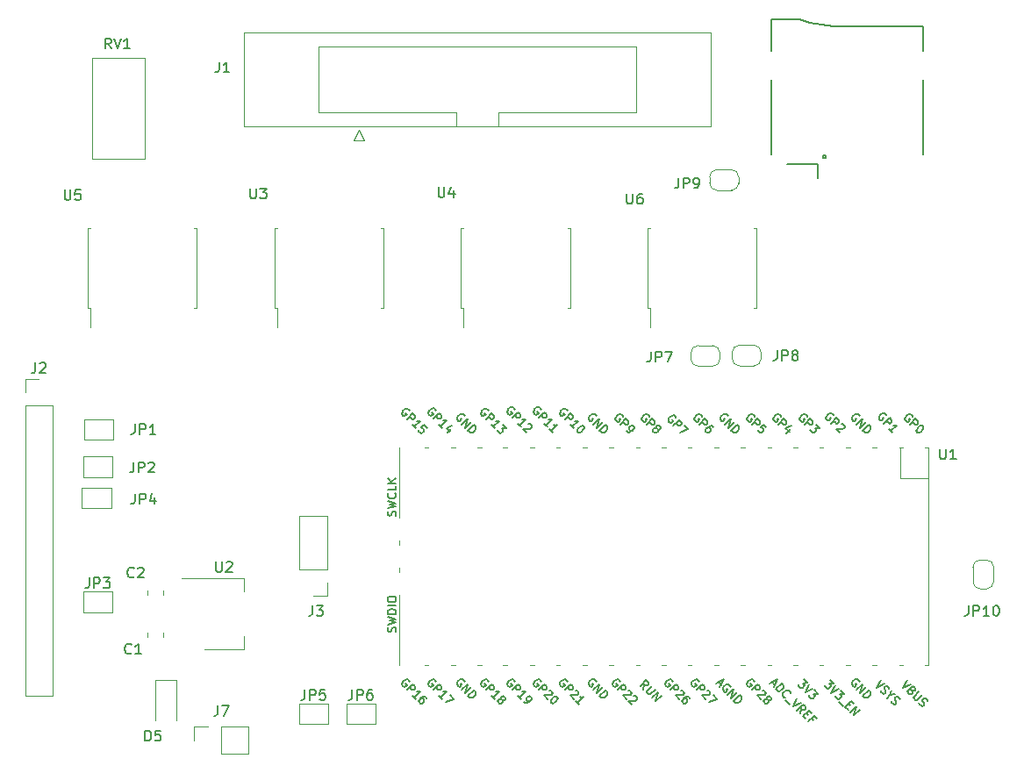
<source format=gbr>
G04 #@! TF.GenerationSoftware,KiCad,Pcbnew,5.1.5+dfsg1-2build2*
G04 #@! TF.CreationDate,2024-05-29T20:17:39+01:00*
G04 #@! TF.ProjectId,desktop_esc,6465736b-746f-4705-9f65-73632e6b6963,rev?*
G04 #@! TF.SameCoordinates,Original*
G04 #@! TF.FileFunction,Legend,Top*
G04 #@! TF.FilePolarity,Positive*
%FSLAX46Y46*%
G04 Gerber Fmt 4.6, Leading zero omitted, Abs format (unit mm)*
G04 Created by KiCad (PCBNEW 5.1.5+dfsg1-2build2) date 2024-05-29 20:17:39*
%MOMM*%
%LPD*%
G04 APERTURE LIST*
%ADD10C,0.120000*%
%ADD11C,0.150000*%
G04 APERTURE END LIST*
D10*
X158995000Y-88860000D02*
X158995000Y-90675000D01*
X158740000Y-88860000D02*
X158995000Y-88860000D01*
X158740000Y-85000000D02*
X158740000Y-88860000D01*
X158740000Y-81140000D02*
X158995000Y-81140000D01*
X158740000Y-85000000D02*
X158740000Y-81140000D01*
X169260000Y-88860000D02*
X169005000Y-88860000D01*
X169260000Y-85000000D02*
X169260000Y-88860000D01*
X169260000Y-81140000D02*
X169005000Y-81140000D01*
X169260000Y-85000000D02*
X169260000Y-81140000D01*
X140995000Y-88860000D02*
X140995000Y-90675000D01*
X140740000Y-88860000D02*
X140995000Y-88860000D01*
X140740000Y-85000000D02*
X140740000Y-88860000D01*
X140740000Y-81140000D02*
X140995000Y-81140000D01*
X140740000Y-85000000D02*
X140740000Y-81140000D01*
X151260000Y-88860000D02*
X151005000Y-88860000D01*
X151260000Y-85000000D02*
X151260000Y-88860000D01*
X151260000Y-81140000D02*
X151005000Y-81140000D01*
X151260000Y-85000000D02*
X151260000Y-81140000D01*
X104995000Y-88860000D02*
X104995000Y-90675000D01*
X104740000Y-88860000D02*
X104995000Y-88860000D01*
X104740000Y-85000000D02*
X104740000Y-88860000D01*
X104740000Y-81140000D02*
X104995000Y-81140000D01*
X104740000Y-85000000D02*
X104740000Y-81140000D01*
X115260000Y-88860000D02*
X115005000Y-88860000D01*
X115260000Y-85000000D02*
X115260000Y-88860000D01*
X115260000Y-81140000D02*
X115005000Y-81140000D01*
X115260000Y-85000000D02*
X115260000Y-81140000D01*
X122995000Y-88860000D02*
X122995000Y-90675000D01*
X122740000Y-88860000D02*
X122995000Y-88860000D01*
X122740000Y-85000000D02*
X122740000Y-88860000D01*
X122740000Y-81140000D02*
X122995000Y-81140000D01*
X122740000Y-85000000D02*
X122740000Y-81140000D01*
X133260000Y-88860000D02*
X133005000Y-88860000D01*
X133260000Y-85000000D02*
X133260000Y-88860000D01*
X133260000Y-81140000D02*
X133005000Y-81140000D01*
X133260000Y-85000000D02*
X133260000Y-81140000D01*
X192135000Y-113854000D02*
X192135000Y-115254000D01*
X191435000Y-115954000D02*
X190835000Y-115954000D01*
X190135000Y-115254000D02*
X190135000Y-113854000D01*
X190835000Y-113154000D02*
X191435000Y-113154000D01*
X191435000Y-113154000D02*
G75*
G02X192135000Y-113854000I0J-700000D01*
G01*
X190135000Y-113854000D02*
G75*
G02X190835000Y-113154000I700000J0D01*
G01*
X190835000Y-115954000D02*
G75*
G02X190135000Y-115254000I0J700000D01*
G01*
X192135000Y-115254000D02*
G75*
G02X191435000Y-115954000I-700000J0D01*
G01*
X127822000Y-116646000D02*
X126492000Y-116646000D01*
X127822000Y-115316000D02*
X127822000Y-116646000D01*
X127822000Y-114046000D02*
X125162000Y-114046000D01*
X125162000Y-114046000D02*
X125162000Y-108906000D01*
X127822000Y-114046000D02*
X127822000Y-108906000D01*
X127822000Y-108906000D02*
X125162000Y-108906000D01*
X98670000Y-95670000D02*
X100000000Y-95670000D01*
X98670000Y-97000000D02*
X98670000Y-95670000D01*
X98670000Y-98270000D02*
X101330000Y-98270000D01*
X101330000Y-98270000D02*
X101330000Y-126270000D01*
X98670000Y-98270000D02*
X98670000Y-126270000D01*
X98670000Y-126270000D02*
X101330000Y-126270000D01*
D11*
X175200000Y-75000000D02*
X172200000Y-75000000D01*
X175650000Y-74100000D02*
X175650000Y-74400000D01*
X175950000Y-74100000D02*
X175650000Y-74100000D01*
X175950000Y-74400000D02*
X175950000Y-74100000D01*
X175650000Y-74400000D02*
X175950000Y-74400000D01*
X170650000Y-74000000D02*
X170650000Y-66800000D01*
X170650000Y-61000000D02*
X170650000Y-64000000D01*
X173350000Y-61000000D02*
X170650000Y-61000000D01*
X185350000Y-64000000D02*
X185350000Y-61700000D01*
X185350000Y-66800000D02*
X185350000Y-74000000D01*
X175200000Y-75000000D02*
X175200000Y-76300000D01*
X174400000Y-61300000D02*
X173350000Y-61000000D01*
X175500000Y-61500000D02*
X174400000Y-61300000D01*
X176650000Y-61650000D02*
X175500000Y-61500000D01*
X178000000Y-61700000D02*
X176650000Y-61650000D01*
X185350000Y-61700000D02*
X178000000Y-61700000D01*
D10*
X110226000Y-74481000D02*
X105156000Y-74481000D01*
X110226000Y-64711000D02*
X105156000Y-64711000D01*
X105156000Y-64711000D02*
X105156000Y-74481000D01*
X110226000Y-64711000D02*
X110226000Y-74481000D01*
X166826160Y-77499720D02*
X165426160Y-77499720D01*
X164726160Y-76799720D02*
X164726160Y-76199720D01*
X165426160Y-75499720D02*
X166826160Y-75499720D01*
X167526160Y-76199720D02*
X167526160Y-76799720D01*
X167526160Y-76799720D02*
G75*
G02X166826160Y-77499720I-700000J0D01*
G01*
X166826160Y-75499720D02*
G75*
G02X167526160Y-76199720I0J-700000D01*
G01*
X164726160Y-76199720D02*
G75*
G02X165426160Y-75499720I700000J0D01*
G01*
X165426160Y-77499720D02*
G75*
G02X164726160Y-76799720I0J700000D01*
G01*
X169000400Y-94436440D02*
X167600400Y-94436440D01*
X166900400Y-93736440D02*
X166900400Y-93136440D01*
X167600400Y-92436440D02*
X169000400Y-92436440D01*
X169700400Y-93136440D02*
X169700400Y-93736440D01*
X169700400Y-93736440D02*
G75*
G02X169000400Y-94436440I-700000J0D01*
G01*
X169000400Y-92436440D02*
G75*
G02X169700400Y-93136440I0J-700000D01*
G01*
X166900400Y-93136440D02*
G75*
G02X167600400Y-92436440I700000J0D01*
G01*
X167600400Y-94436440D02*
G75*
G02X166900400Y-93736440I0J700000D01*
G01*
X163622760Y-92477080D02*
X165022760Y-92477080D01*
X165722760Y-93177080D02*
X165722760Y-93777080D01*
X165022760Y-94477080D02*
X163622760Y-94477080D01*
X162922760Y-93777080D02*
X162922760Y-93177080D01*
X162922760Y-93177080D02*
G75*
G02X163622760Y-92477080I700000J0D01*
G01*
X163622760Y-94477080D02*
G75*
G02X162922760Y-93777080I0J700000D01*
G01*
X165722760Y-93777080D02*
G75*
G02X165022760Y-94477080I-700000J0D01*
G01*
X165022760Y-92477080D02*
G75*
G02X165722760Y-93177080I0J-700000D01*
G01*
X104168920Y-106172760D02*
X106968920Y-106172760D01*
X106968920Y-106172760D02*
X106968920Y-108172760D01*
X106968920Y-108172760D02*
X104168920Y-108172760D01*
X104168920Y-108172760D02*
X104168920Y-106172760D01*
X104290840Y-116221000D02*
X107090840Y-116221000D01*
X107090840Y-116221000D02*
X107090840Y-118221000D01*
X107090840Y-118221000D02*
X104290840Y-118221000D01*
X104290840Y-118221000D02*
X104290840Y-116221000D01*
X104262560Y-103180640D02*
X107062560Y-103180640D01*
X107062560Y-103180640D02*
X107062560Y-105180640D01*
X107062560Y-105180640D02*
X104262560Y-105180640D01*
X104262560Y-105180640D02*
X104262560Y-103180640D01*
X104401160Y-99568760D02*
X107201160Y-99568760D01*
X107201160Y-99568760D02*
X107201160Y-101568760D01*
X107201160Y-101568760D02*
X104401160Y-101568760D01*
X104401160Y-101568760D02*
X104401160Y-99568760D01*
X131400000Y-72702000D02*
X130900000Y-71702000D01*
X130400000Y-72702000D02*
X131400000Y-72702000D01*
X130900000Y-71702000D02*
X130400000Y-72702000D01*
X144380000Y-70002000D02*
X144380000Y-71312000D01*
X144380000Y-70002000D02*
X144380000Y-70002000D01*
X157680000Y-70002000D02*
X144380000Y-70002000D01*
X157680000Y-63602000D02*
X157680000Y-70002000D01*
X126980000Y-63602000D02*
X157680000Y-63602000D01*
X126980000Y-70002000D02*
X126980000Y-63602000D01*
X140280000Y-70002000D02*
X126980000Y-70002000D01*
X140280000Y-71312000D02*
X140280000Y-70002000D01*
X164840000Y-71312000D02*
X119820000Y-71312000D01*
X164840000Y-62292000D02*
X164840000Y-71312000D01*
X119820000Y-62292000D02*
X164840000Y-62292000D01*
X119820000Y-71312000D02*
X119820000Y-62292000D01*
X113756000Y-114954000D02*
X119766000Y-114954000D01*
X116006000Y-121774000D02*
X119766000Y-121774000D01*
X119766000Y-114954000D02*
X119766000Y-116214000D01*
X119766000Y-121774000D02*
X119766000Y-120514000D01*
X185800000Y-102300000D02*
X185800000Y-123300000D01*
X134800000Y-109100000D02*
X134800000Y-102300000D01*
X183133000Y-102300000D02*
X183133000Y-105307000D01*
X183133000Y-105307000D02*
X185800000Y-105307000D01*
X185800000Y-102300000D02*
X185500000Y-102300000D01*
X183400000Y-102300000D02*
X183000000Y-102300000D01*
X180800000Y-102300000D02*
X180400000Y-102300000D01*
X178300000Y-102300000D02*
X177900000Y-102300000D01*
X175700000Y-102300000D02*
X175300000Y-102300000D01*
X173200000Y-102300000D02*
X172800000Y-102300000D01*
X170700000Y-102300000D02*
X170300000Y-102300000D01*
X168100000Y-102300000D02*
X167700000Y-102300000D01*
X165600000Y-102300000D02*
X165200000Y-102300000D01*
X163000000Y-102300000D02*
X162600000Y-102300000D01*
X160500000Y-102300000D02*
X160100000Y-102300000D01*
X158000000Y-102300000D02*
X157600000Y-102300000D01*
X155400000Y-102300000D02*
X155000000Y-102300000D01*
X152900000Y-102300000D02*
X152500000Y-102300000D01*
X150300000Y-102300000D02*
X149900000Y-102300000D01*
X147800000Y-102300000D02*
X147400000Y-102300000D01*
X145200000Y-102300000D02*
X144800000Y-102300000D01*
X142700000Y-102300000D02*
X142300000Y-102300000D01*
X140200000Y-102300000D02*
X139800000Y-102300000D01*
X137600000Y-102300000D02*
X137200000Y-102300000D01*
X170700000Y-123300000D02*
X170300000Y-123300000D01*
X165600000Y-123300000D02*
X165200000Y-123300000D01*
X158000000Y-123300000D02*
X157600000Y-123300000D01*
X150300000Y-123300000D02*
X149900000Y-123300000D01*
X180800000Y-123300000D02*
X180400000Y-123300000D01*
X183400000Y-123300000D02*
X183000000Y-123300000D01*
X175700000Y-123300000D02*
X175300000Y-123300000D01*
X142700000Y-123300000D02*
X142300000Y-123300000D01*
X137600000Y-123300000D02*
X137200000Y-123300000D01*
X140200000Y-123300000D02*
X139800000Y-123300000D01*
X155400000Y-123300000D02*
X155000000Y-123300000D01*
X160500000Y-123300000D02*
X160100000Y-123300000D01*
X173200000Y-123300000D02*
X172800000Y-123300000D01*
X168100000Y-123300000D02*
X167700000Y-123300000D01*
X147800000Y-123300000D02*
X147400000Y-123300000D01*
X163000000Y-123300000D02*
X162600000Y-123300000D01*
X185800000Y-123300000D02*
X185500000Y-123300000D01*
X178300000Y-123300000D02*
X177900000Y-123300000D01*
X152900000Y-123300000D02*
X152500000Y-123300000D01*
X145200000Y-123300000D02*
X144800000Y-123300000D01*
X134800000Y-123300000D02*
X134800000Y-116500000D01*
X134800000Y-111300000D02*
X134800000Y-111700000D01*
X134800000Y-113900000D02*
X134800000Y-114300000D01*
X129664000Y-127016000D02*
X132464000Y-127016000D01*
X132464000Y-127016000D02*
X132464000Y-129016000D01*
X132464000Y-129016000D02*
X129664000Y-129016000D01*
X129664000Y-129016000D02*
X129664000Y-127016000D01*
X125092000Y-127016000D02*
X127892000Y-127016000D01*
X127892000Y-127016000D02*
X127892000Y-129016000D01*
X127892000Y-129016000D02*
X125092000Y-129016000D01*
X125092000Y-129016000D02*
X125092000Y-127016000D01*
X115002000Y-130556000D02*
X115002000Y-129226000D01*
X115002000Y-129226000D02*
X116332000Y-129226000D01*
X117602000Y-129226000D02*
X120202000Y-129226000D01*
X120202000Y-131886000D02*
X120202000Y-129226000D01*
X117602000Y-131886000D02*
X120202000Y-131886000D01*
X117602000Y-131886000D02*
X117602000Y-129226000D01*
X113268000Y-124750000D02*
X113268000Y-128650000D01*
X111268000Y-124750000D02*
X111268000Y-128650000D01*
X113268000Y-124750000D02*
X111268000Y-124750000D01*
X111987000Y-116575064D02*
X111987000Y-116120936D01*
X110517000Y-116575064D02*
X110517000Y-116120936D01*
X111987000Y-120623064D02*
X111987000Y-120168936D01*
X110517000Y-120623064D02*
X110517000Y-120168936D01*
D11*
X156718095Y-77811380D02*
X156718095Y-78620904D01*
X156765714Y-78716142D01*
X156813333Y-78763761D01*
X156908571Y-78811380D01*
X157099047Y-78811380D01*
X157194285Y-78763761D01*
X157241904Y-78716142D01*
X157289523Y-78620904D01*
X157289523Y-77811380D01*
X158194285Y-77811380D02*
X158003809Y-77811380D01*
X157908571Y-77859000D01*
X157860952Y-77906619D01*
X157765714Y-78049476D01*
X157718095Y-78239952D01*
X157718095Y-78620904D01*
X157765714Y-78716142D01*
X157813333Y-78763761D01*
X157908571Y-78811380D01*
X158099047Y-78811380D01*
X158194285Y-78763761D01*
X158241904Y-78716142D01*
X158289523Y-78620904D01*
X158289523Y-78382809D01*
X158241904Y-78287571D01*
X158194285Y-78239952D01*
X158099047Y-78192333D01*
X157908571Y-78192333D01*
X157813333Y-78239952D01*
X157765714Y-78287571D01*
X157718095Y-78382809D01*
X138557095Y-77176380D02*
X138557095Y-77985904D01*
X138604714Y-78081142D01*
X138652333Y-78128761D01*
X138747571Y-78176380D01*
X138938047Y-78176380D01*
X139033285Y-78128761D01*
X139080904Y-78081142D01*
X139128523Y-77985904D01*
X139128523Y-77176380D01*
X140033285Y-77509714D02*
X140033285Y-78176380D01*
X139795190Y-77128761D02*
X139557095Y-77843047D01*
X140176142Y-77843047D01*
X102489095Y-77430380D02*
X102489095Y-78239904D01*
X102536714Y-78335142D01*
X102584333Y-78382761D01*
X102679571Y-78430380D01*
X102870047Y-78430380D01*
X102965285Y-78382761D01*
X103012904Y-78335142D01*
X103060523Y-78239904D01*
X103060523Y-77430380D01*
X104012904Y-77430380D02*
X103536714Y-77430380D01*
X103489095Y-77906571D01*
X103536714Y-77858952D01*
X103631952Y-77811333D01*
X103870047Y-77811333D01*
X103965285Y-77858952D01*
X104012904Y-77906571D01*
X104060523Y-78001809D01*
X104060523Y-78239904D01*
X104012904Y-78335142D01*
X103965285Y-78382761D01*
X103870047Y-78430380D01*
X103631952Y-78430380D01*
X103536714Y-78382761D01*
X103489095Y-78335142D01*
X120396095Y-77303380D02*
X120396095Y-78112904D01*
X120443714Y-78208142D01*
X120491333Y-78255761D01*
X120586571Y-78303380D01*
X120777047Y-78303380D01*
X120872285Y-78255761D01*
X120919904Y-78208142D01*
X120967523Y-78112904D01*
X120967523Y-77303380D01*
X121348476Y-77303380D02*
X121967523Y-77303380D01*
X121634190Y-77684333D01*
X121777047Y-77684333D01*
X121872285Y-77731952D01*
X121919904Y-77779571D01*
X121967523Y-77874809D01*
X121967523Y-78112904D01*
X121919904Y-78208142D01*
X121872285Y-78255761D01*
X121777047Y-78303380D01*
X121491333Y-78303380D01*
X121396095Y-78255761D01*
X121348476Y-78208142D01*
X189698476Y-117562380D02*
X189698476Y-118276666D01*
X189650857Y-118419523D01*
X189555619Y-118514761D01*
X189412761Y-118562380D01*
X189317523Y-118562380D01*
X190174666Y-118562380D02*
X190174666Y-117562380D01*
X190555619Y-117562380D01*
X190650857Y-117610000D01*
X190698476Y-117657619D01*
X190746095Y-117752857D01*
X190746095Y-117895714D01*
X190698476Y-117990952D01*
X190650857Y-118038571D01*
X190555619Y-118086190D01*
X190174666Y-118086190D01*
X191698476Y-118562380D02*
X191127047Y-118562380D01*
X191412761Y-118562380D02*
X191412761Y-117562380D01*
X191317523Y-117705238D01*
X191222285Y-117800476D01*
X191127047Y-117848095D01*
X192317523Y-117562380D02*
X192412761Y-117562380D01*
X192508000Y-117610000D01*
X192555619Y-117657619D01*
X192603238Y-117752857D01*
X192650857Y-117943333D01*
X192650857Y-118181428D01*
X192603238Y-118371904D01*
X192555619Y-118467142D01*
X192508000Y-118514761D01*
X192412761Y-118562380D01*
X192317523Y-118562380D01*
X192222285Y-118514761D01*
X192174666Y-118467142D01*
X192127047Y-118371904D01*
X192079428Y-118181428D01*
X192079428Y-117943333D01*
X192127047Y-117752857D01*
X192174666Y-117657619D01*
X192222285Y-117610000D01*
X192317523Y-117562380D01*
X126412666Y-117562380D02*
X126412666Y-118276666D01*
X126365047Y-118419523D01*
X126269809Y-118514761D01*
X126126952Y-118562380D01*
X126031714Y-118562380D01*
X126793619Y-117562380D02*
X127412666Y-117562380D01*
X127079333Y-117943333D01*
X127222190Y-117943333D01*
X127317428Y-117990952D01*
X127365047Y-118038571D01*
X127412666Y-118133809D01*
X127412666Y-118371904D01*
X127365047Y-118467142D01*
X127317428Y-118514761D01*
X127222190Y-118562380D01*
X126936476Y-118562380D01*
X126841238Y-118514761D01*
X126793619Y-118467142D01*
X99666666Y-94122380D02*
X99666666Y-94836666D01*
X99619047Y-94979523D01*
X99523809Y-95074761D01*
X99380952Y-95122380D01*
X99285714Y-95122380D01*
X100095238Y-94217619D02*
X100142857Y-94170000D01*
X100238095Y-94122380D01*
X100476190Y-94122380D01*
X100571428Y-94170000D01*
X100619047Y-94217619D01*
X100666666Y-94312857D01*
X100666666Y-94408095D01*
X100619047Y-94550952D01*
X100047619Y-95122380D01*
X100666666Y-95122380D01*
X106973761Y-63825380D02*
X106640428Y-63349190D01*
X106402333Y-63825380D02*
X106402333Y-62825380D01*
X106783285Y-62825380D01*
X106878523Y-62873000D01*
X106926142Y-62920619D01*
X106973761Y-63015857D01*
X106973761Y-63158714D01*
X106926142Y-63253952D01*
X106878523Y-63301571D01*
X106783285Y-63349190D01*
X106402333Y-63349190D01*
X107259476Y-62825380D02*
X107592809Y-63825380D01*
X107926142Y-62825380D01*
X108783285Y-63825380D02*
X108211857Y-63825380D01*
X108497571Y-63825380D02*
X108497571Y-62825380D01*
X108402333Y-62968238D01*
X108307095Y-63063476D01*
X108211857Y-63111095D01*
X161726666Y-76287380D02*
X161726666Y-77001666D01*
X161679047Y-77144523D01*
X161583809Y-77239761D01*
X161440952Y-77287380D01*
X161345714Y-77287380D01*
X162202857Y-77287380D02*
X162202857Y-76287380D01*
X162583809Y-76287380D01*
X162679047Y-76335000D01*
X162726666Y-76382619D01*
X162774285Y-76477857D01*
X162774285Y-76620714D01*
X162726666Y-76715952D01*
X162679047Y-76763571D01*
X162583809Y-76811190D01*
X162202857Y-76811190D01*
X163250476Y-77287380D02*
X163440952Y-77287380D01*
X163536190Y-77239761D01*
X163583809Y-77192142D01*
X163679047Y-77049285D01*
X163726666Y-76858809D01*
X163726666Y-76477857D01*
X163679047Y-76382619D01*
X163631428Y-76335000D01*
X163536190Y-76287380D01*
X163345714Y-76287380D01*
X163250476Y-76335000D01*
X163202857Y-76382619D01*
X163155238Y-76477857D01*
X163155238Y-76715952D01*
X163202857Y-76811190D01*
X163250476Y-76858809D01*
X163345714Y-76906428D01*
X163536190Y-76906428D01*
X163631428Y-76858809D01*
X163679047Y-76811190D01*
X163726666Y-76715952D01*
X171251666Y-92924380D02*
X171251666Y-93638666D01*
X171204047Y-93781523D01*
X171108809Y-93876761D01*
X170965952Y-93924380D01*
X170870714Y-93924380D01*
X171727857Y-93924380D02*
X171727857Y-92924380D01*
X172108809Y-92924380D01*
X172204047Y-92972000D01*
X172251666Y-93019619D01*
X172299285Y-93114857D01*
X172299285Y-93257714D01*
X172251666Y-93352952D01*
X172204047Y-93400571D01*
X172108809Y-93448190D01*
X171727857Y-93448190D01*
X172870714Y-93352952D02*
X172775476Y-93305333D01*
X172727857Y-93257714D01*
X172680238Y-93162476D01*
X172680238Y-93114857D01*
X172727857Y-93019619D01*
X172775476Y-92972000D01*
X172870714Y-92924380D01*
X173061190Y-92924380D01*
X173156428Y-92972000D01*
X173204047Y-93019619D01*
X173251666Y-93114857D01*
X173251666Y-93162476D01*
X173204047Y-93257714D01*
X173156428Y-93305333D01*
X173061190Y-93352952D01*
X172870714Y-93352952D01*
X172775476Y-93400571D01*
X172727857Y-93448190D01*
X172680238Y-93543428D01*
X172680238Y-93733904D01*
X172727857Y-93829142D01*
X172775476Y-93876761D01*
X172870714Y-93924380D01*
X173061190Y-93924380D01*
X173156428Y-93876761D01*
X173204047Y-93829142D01*
X173251666Y-93733904D01*
X173251666Y-93543428D01*
X173204047Y-93448190D01*
X173156428Y-93400571D01*
X173061190Y-93352952D01*
X159059666Y-93051380D02*
X159059666Y-93765666D01*
X159012047Y-93908523D01*
X158916809Y-94003761D01*
X158773952Y-94051380D01*
X158678714Y-94051380D01*
X159535857Y-94051380D02*
X159535857Y-93051380D01*
X159916809Y-93051380D01*
X160012047Y-93099000D01*
X160059666Y-93146619D01*
X160107285Y-93241857D01*
X160107285Y-93384714D01*
X160059666Y-93479952D01*
X160012047Y-93527571D01*
X159916809Y-93575190D01*
X159535857Y-93575190D01*
X160440619Y-93051380D02*
X161107285Y-93051380D01*
X160678714Y-94051380D01*
X109275666Y-106767380D02*
X109275666Y-107481666D01*
X109228047Y-107624523D01*
X109132809Y-107719761D01*
X108989952Y-107767380D01*
X108894714Y-107767380D01*
X109751857Y-107767380D02*
X109751857Y-106767380D01*
X110132809Y-106767380D01*
X110228047Y-106815000D01*
X110275666Y-106862619D01*
X110323285Y-106957857D01*
X110323285Y-107100714D01*
X110275666Y-107195952D01*
X110228047Y-107243571D01*
X110132809Y-107291190D01*
X109751857Y-107291190D01*
X111180428Y-107100714D02*
X111180428Y-107767380D01*
X110942333Y-106719761D02*
X110704238Y-107434047D01*
X111323285Y-107434047D01*
X104857506Y-114873380D02*
X104857506Y-115587666D01*
X104809887Y-115730523D01*
X104714649Y-115825761D01*
X104571792Y-115873380D01*
X104476554Y-115873380D01*
X105333697Y-115873380D02*
X105333697Y-114873380D01*
X105714649Y-114873380D01*
X105809887Y-114921000D01*
X105857506Y-114968619D01*
X105905125Y-115063857D01*
X105905125Y-115206714D01*
X105857506Y-115301952D01*
X105809887Y-115349571D01*
X105714649Y-115397190D01*
X105333697Y-115397190D01*
X106238459Y-114873380D02*
X106857506Y-114873380D01*
X106524173Y-115254333D01*
X106667030Y-115254333D01*
X106762268Y-115301952D01*
X106809887Y-115349571D01*
X106857506Y-115444809D01*
X106857506Y-115682904D01*
X106809887Y-115778142D01*
X106762268Y-115825761D01*
X106667030Y-115873380D01*
X106381316Y-115873380D01*
X106286078Y-115825761D01*
X106238459Y-115778142D01*
X109148666Y-103719380D02*
X109148666Y-104433666D01*
X109101047Y-104576523D01*
X109005809Y-104671761D01*
X108862952Y-104719380D01*
X108767714Y-104719380D01*
X109624857Y-104719380D02*
X109624857Y-103719380D01*
X110005809Y-103719380D01*
X110101047Y-103767000D01*
X110148666Y-103814619D01*
X110196285Y-103909857D01*
X110196285Y-104052714D01*
X110148666Y-104147952D01*
X110101047Y-104195571D01*
X110005809Y-104243190D01*
X109624857Y-104243190D01*
X110577238Y-103814619D02*
X110624857Y-103767000D01*
X110720095Y-103719380D01*
X110958190Y-103719380D01*
X111053428Y-103767000D01*
X111101047Y-103814619D01*
X111148666Y-103909857D01*
X111148666Y-104005095D01*
X111101047Y-104147952D01*
X110529619Y-104719380D01*
X111148666Y-104719380D01*
X109275666Y-100036380D02*
X109275666Y-100750666D01*
X109228047Y-100893523D01*
X109132809Y-100988761D01*
X108989952Y-101036380D01*
X108894714Y-101036380D01*
X109751857Y-101036380D02*
X109751857Y-100036380D01*
X110132809Y-100036380D01*
X110228047Y-100084000D01*
X110275666Y-100131619D01*
X110323285Y-100226857D01*
X110323285Y-100369714D01*
X110275666Y-100464952D01*
X110228047Y-100512571D01*
X110132809Y-100560190D01*
X109751857Y-100560190D01*
X111275666Y-101036380D02*
X110704238Y-101036380D01*
X110989952Y-101036380D02*
X110989952Y-100036380D01*
X110894714Y-100179238D01*
X110799476Y-100274476D01*
X110704238Y-100322095D01*
X117395666Y-65111380D02*
X117395666Y-65825666D01*
X117348047Y-65968523D01*
X117252809Y-66063761D01*
X117109952Y-66111380D01*
X117014714Y-66111380D01*
X118395666Y-66111380D02*
X117824238Y-66111380D01*
X118109952Y-66111380D02*
X118109952Y-65111380D01*
X118014714Y-65254238D01*
X117919476Y-65349476D01*
X117824238Y-65397095D01*
X117094095Y-113316380D02*
X117094095Y-114125904D01*
X117141714Y-114221142D01*
X117189333Y-114268761D01*
X117284571Y-114316380D01*
X117475047Y-114316380D01*
X117570285Y-114268761D01*
X117617904Y-114221142D01*
X117665523Y-114125904D01*
X117665523Y-113316380D01*
X118094095Y-113411619D02*
X118141714Y-113364000D01*
X118236952Y-113316380D01*
X118475047Y-113316380D01*
X118570285Y-113364000D01*
X118617904Y-113411619D01*
X118665523Y-113506857D01*
X118665523Y-113602095D01*
X118617904Y-113744952D01*
X118046476Y-114316380D01*
X118665523Y-114316380D01*
X186944095Y-102449380D02*
X186944095Y-103258904D01*
X186991714Y-103354142D01*
X187039333Y-103401761D01*
X187134571Y-103449380D01*
X187325047Y-103449380D01*
X187420285Y-103401761D01*
X187467904Y-103354142D01*
X187515523Y-103258904D01*
X187515523Y-102449380D01*
X188515523Y-103449380D02*
X187944095Y-103449380D01*
X188229809Y-103449380D02*
X188229809Y-102449380D01*
X188134571Y-102592238D01*
X188039333Y-102687476D01*
X187944095Y-102735095D01*
X134423809Y-120095238D02*
X134461904Y-119980952D01*
X134461904Y-119790476D01*
X134423809Y-119714285D01*
X134385714Y-119676190D01*
X134309523Y-119638095D01*
X134233333Y-119638095D01*
X134157142Y-119676190D01*
X134119047Y-119714285D01*
X134080952Y-119790476D01*
X134042857Y-119942857D01*
X134004761Y-120019047D01*
X133966666Y-120057142D01*
X133890476Y-120095238D01*
X133814285Y-120095238D01*
X133738095Y-120057142D01*
X133700000Y-120019047D01*
X133661904Y-119942857D01*
X133661904Y-119752380D01*
X133700000Y-119638095D01*
X133661904Y-119371428D02*
X134461904Y-119180952D01*
X133890476Y-119028571D01*
X134461904Y-118876190D01*
X133661904Y-118685714D01*
X134461904Y-118380952D02*
X133661904Y-118380952D01*
X133661904Y-118190476D01*
X133700000Y-118076190D01*
X133776190Y-118000000D01*
X133852380Y-117961904D01*
X134004761Y-117923809D01*
X134119047Y-117923809D01*
X134271428Y-117961904D01*
X134347619Y-118000000D01*
X134423809Y-118076190D01*
X134461904Y-118190476D01*
X134461904Y-118380952D01*
X134461904Y-117580952D02*
X133661904Y-117580952D01*
X133661904Y-117047619D02*
X133661904Y-116895238D01*
X133700000Y-116819047D01*
X133776190Y-116742857D01*
X133928571Y-116704761D01*
X134195238Y-116704761D01*
X134347619Y-116742857D01*
X134423809Y-116819047D01*
X134461904Y-116895238D01*
X134461904Y-117047619D01*
X134423809Y-117123809D01*
X134347619Y-117200000D01*
X134195238Y-117238095D01*
X133928571Y-117238095D01*
X133776190Y-117200000D01*
X133700000Y-117123809D01*
X133661904Y-117047619D01*
X134423809Y-108909523D02*
X134461904Y-108795238D01*
X134461904Y-108604761D01*
X134423809Y-108528571D01*
X134385714Y-108490476D01*
X134309523Y-108452380D01*
X134233333Y-108452380D01*
X134157142Y-108490476D01*
X134119047Y-108528571D01*
X134080952Y-108604761D01*
X134042857Y-108757142D01*
X134004761Y-108833333D01*
X133966666Y-108871428D01*
X133890476Y-108909523D01*
X133814285Y-108909523D01*
X133738095Y-108871428D01*
X133700000Y-108833333D01*
X133661904Y-108757142D01*
X133661904Y-108566666D01*
X133700000Y-108452380D01*
X133661904Y-108185714D02*
X134461904Y-107995238D01*
X133890476Y-107842857D01*
X134461904Y-107690476D01*
X133661904Y-107500000D01*
X134385714Y-106738095D02*
X134423809Y-106776190D01*
X134461904Y-106890476D01*
X134461904Y-106966666D01*
X134423809Y-107080952D01*
X134347619Y-107157142D01*
X134271428Y-107195238D01*
X134119047Y-107233333D01*
X134004761Y-107233333D01*
X133852380Y-107195238D01*
X133776190Y-107157142D01*
X133700000Y-107080952D01*
X133661904Y-106966666D01*
X133661904Y-106890476D01*
X133700000Y-106776190D01*
X133738095Y-106738095D01*
X134461904Y-106014285D02*
X134461904Y-106395238D01*
X133661904Y-106395238D01*
X134461904Y-105747619D02*
X133661904Y-105747619D01*
X134461904Y-105290476D02*
X134004761Y-105633333D01*
X133661904Y-105290476D02*
X134119047Y-105747619D01*
X165559035Y-124951597D02*
X165828409Y-125220971D01*
X165343536Y-125059346D02*
X166097783Y-124682223D01*
X165720659Y-125436470D01*
X166744280Y-125382595D02*
X166717343Y-125301783D01*
X166636531Y-125220971D01*
X166528781Y-125167096D01*
X166421032Y-125167096D01*
X166340219Y-125194033D01*
X166205532Y-125274845D01*
X166124720Y-125355658D01*
X166043908Y-125490345D01*
X166016971Y-125571157D01*
X166016971Y-125678906D01*
X166070845Y-125786656D01*
X166124720Y-125840531D01*
X166232470Y-125894406D01*
X166286345Y-125894406D01*
X166474906Y-125705844D01*
X166367157Y-125598094D01*
X166474906Y-126190717D02*
X167040592Y-125625032D01*
X166798155Y-126513966D01*
X167363841Y-125948280D01*
X167067529Y-126783340D02*
X167633215Y-126217654D01*
X167767902Y-126352341D01*
X167821776Y-126460091D01*
X167821776Y-126567841D01*
X167794839Y-126648653D01*
X167714027Y-126783340D01*
X167633215Y-126864152D01*
X167498528Y-126944964D01*
X167417715Y-126971902D01*
X167309966Y-126971902D01*
X167202216Y-126918027D01*
X167067529Y-126783340D01*
X179201844Y-124886158D02*
X179174906Y-124805346D01*
X179094094Y-124724534D01*
X178986345Y-124670659D01*
X178878595Y-124670659D01*
X178797783Y-124697597D01*
X178663096Y-124778409D01*
X178582284Y-124859221D01*
X178501471Y-124993908D01*
X178474534Y-125074720D01*
X178474534Y-125182470D01*
X178528409Y-125290219D01*
X178582284Y-125344094D01*
X178690033Y-125397969D01*
X178743908Y-125397969D01*
X178932470Y-125209407D01*
X178824720Y-125101658D01*
X178932470Y-125694280D02*
X179498155Y-125128595D01*
X179255719Y-126017529D01*
X179821404Y-125451844D01*
X179525093Y-126286903D02*
X180090778Y-125721218D01*
X180225465Y-125855905D01*
X180279340Y-125963654D01*
X180279340Y-126071404D01*
X180252402Y-126152216D01*
X180171590Y-126286903D01*
X180090778Y-126367715D01*
X179956091Y-126448528D01*
X179875279Y-126475465D01*
X179767529Y-126475465D01*
X179659780Y-126421590D01*
X179525093Y-126286903D01*
X153801844Y-124886158D02*
X153774906Y-124805346D01*
X153694094Y-124724534D01*
X153586345Y-124670659D01*
X153478595Y-124670659D01*
X153397783Y-124697597D01*
X153263096Y-124778409D01*
X153182284Y-124859221D01*
X153101471Y-124993908D01*
X153074534Y-125074720D01*
X153074534Y-125182470D01*
X153128409Y-125290219D01*
X153182284Y-125344094D01*
X153290033Y-125397969D01*
X153343908Y-125397969D01*
X153532470Y-125209407D01*
X153424720Y-125101658D01*
X153532470Y-125694280D02*
X154098155Y-125128595D01*
X153855719Y-126017529D01*
X154421404Y-125451844D01*
X154125093Y-126286903D02*
X154690778Y-125721218D01*
X154825465Y-125855905D01*
X154879340Y-125963654D01*
X154879340Y-126071404D01*
X154852402Y-126152216D01*
X154771590Y-126286903D01*
X154690778Y-126367715D01*
X154556091Y-126448528D01*
X154475279Y-126475465D01*
X154367529Y-126475465D01*
X154259780Y-126421590D01*
X154125093Y-126286903D01*
X141101844Y-124886158D02*
X141074906Y-124805346D01*
X140994094Y-124724534D01*
X140886345Y-124670659D01*
X140778595Y-124670659D01*
X140697783Y-124697597D01*
X140563096Y-124778409D01*
X140482284Y-124859221D01*
X140401471Y-124993908D01*
X140374534Y-125074720D01*
X140374534Y-125182470D01*
X140428409Y-125290219D01*
X140482284Y-125344094D01*
X140590033Y-125397969D01*
X140643908Y-125397969D01*
X140832470Y-125209407D01*
X140724720Y-125101658D01*
X140832470Y-125694280D02*
X141398155Y-125128595D01*
X141155719Y-126017529D01*
X141721404Y-125451844D01*
X141425093Y-126286903D02*
X141990778Y-125721218D01*
X142125465Y-125855905D01*
X142179340Y-125963654D01*
X142179340Y-126071404D01*
X142152402Y-126152216D01*
X142071590Y-126286903D01*
X141990778Y-126367715D01*
X141856091Y-126448528D01*
X141775279Y-126475465D01*
X141667529Y-126475465D01*
X141559780Y-126421590D01*
X141425093Y-126286903D01*
X141101844Y-99286158D02*
X141074906Y-99205346D01*
X140994094Y-99124534D01*
X140886345Y-99070659D01*
X140778595Y-99070659D01*
X140697783Y-99097597D01*
X140563096Y-99178409D01*
X140482284Y-99259221D01*
X140401471Y-99393908D01*
X140374534Y-99474720D01*
X140374534Y-99582470D01*
X140428409Y-99690219D01*
X140482284Y-99744094D01*
X140590033Y-99797969D01*
X140643908Y-99797969D01*
X140832470Y-99609407D01*
X140724720Y-99501658D01*
X140832470Y-100094280D02*
X141398155Y-99528595D01*
X141155719Y-100417529D01*
X141721404Y-99851844D01*
X141425093Y-100686903D02*
X141990778Y-100121218D01*
X142125465Y-100255905D01*
X142179340Y-100363654D01*
X142179340Y-100471404D01*
X142152402Y-100552216D01*
X142071590Y-100686903D01*
X141990778Y-100767715D01*
X141856091Y-100848528D01*
X141775279Y-100875465D01*
X141667529Y-100875465D01*
X141559780Y-100821590D01*
X141425093Y-100686903D01*
X153801844Y-99286158D02*
X153774906Y-99205346D01*
X153694094Y-99124534D01*
X153586345Y-99070659D01*
X153478595Y-99070659D01*
X153397783Y-99097597D01*
X153263096Y-99178409D01*
X153182284Y-99259221D01*
X153101471Y-99393908D01*
X153074534Y-99474720D01*
X153074534Y-99582470D01*
X153128409Y-99690219D01*
X153182284Y-99744094D01*
X153290033Y-99797969D01*
X153343908Y-99797969D01*
X153532470Y-99609407D01*
X153424720Y-99501658D01*
X153532470Y-100094280D02*
X154098155Y-99528595D01*
X153855719Y-100417529D01*
X154421404Y-99851844D01*
X154125093Y-100686903D02*
X154690778Y-100121218D01*
X154825465Y-100255905D01*
X154879340Y-100363654D01*
X154879340Y-100471404D01*
X154852402Y-100552216D01*
X154771590Y-100686903D01*
X154690778Y-100767715D01*
X154556091Y-100848528D01*
X154475279Y-100875465D01*
X154367529Y-100875465D01*
X154259780Y-100821590D01*
X154125093Y-100686903D01*
X166501844Y-99286158D02*
X166474906Y-99205346D01*
X166394094Y-99124534D01*
X166286345Y-99070659D01*
X166178595Y-99070659D01*
X166097783Y-99097597D01*
X165963096Y-99178409D01*
X165882284Y-99259221D01*
X165801471Y-99393908D01*
X165774534Y-99474720D01*
X165774534Y-99582470D01*
X165828409Y-99690219D01*
X165882284Y-99744094D01*
X165990033Y-99797969D01*
X166043908Y-99797969D01*
X166232470Y-99609407D01*
X166124720Y-99501658D01*
X166232470Y-100094280D02*
X166798155Y-99528595D01*
X166555719Y-100417529D01*
X167121404Y-99851844D01*
X166825093Y-100686903D02*
X167390778Y-100121218D01*
X167525465Y-100255905D01*
X167579340Y-100363654D01*
X167579340Y-100471404D01*
X167552402Y-100552216D01*
X167471590Y-100686903D01*
X167390778Y-100767715D01*
X167256091Y-100848528D01*
X167175279Y-100875465D01*
X167067529Y-100875465D01*
X166959780Y-100821590D01*
X166825093Y-100686903D01*
X179201844Y-99286158D02*
X179174906Y-99205346D01*
X179094094Y-99124534D01*
X178986345Y-99070659D01*
X178878595Y-99070659D01*
X178797783Y-99097597D01*
X178663096Y-99178409D01*
X178582284Y-99259221D01*
X178501471Y-99393908D01*
X178474534Y-99474720D01*
X178474534Y-99582470D01*
X178528409Y-99690219D01*
X178582284Y-99744094D01*
X178690033Y-99797969D01*
X178743908Y-99797969D01*
X178932470Y-99609407D01*
X178824720Y-99501658D01*
X178932470Y-100094280D02*
X179498155Y-99528595D01*
X179255719Y-100417529D01*
X179821404Y-99851844D01*
X179525093Y-100686903D02*
X180090778Y-100121218D01*
X180225465Y-100255905D01*
X180279340Y-100363654D01*
X180279340Y-100471404D01*
X180252402Y-100552216D01*
X180171590Y-100686903D01*
X180090778Y-100767715D01*
X179956091Y-100848528D01*
X179875279Y-100875465D01*
X179767529Y-100875465D01*
X179659780Y-100821590D01*
X179525093Y-100686903D01*
X183772690Y-124753129D02*
X183395566Y-125507377D01*
X184149813Y-125130253D01*
X184257563Y-125776751D02*
X184311438Y-125884500D01*
X184311438Y-125938375D01*
X184284500Y-126019187D01*
X184203688Y-126100000D01*
X184122876Y-126126937D01*
X184069001Y-126126937D01*
X183988189Y-126100000D01*
X183772690Y-125884500D01*
X184338375Y-125318815D01*
X184526937Y-125507377D01*
X184553874Y-125588189D01*
X184553874Y-125642064D01*
X184526937Y-125722876D01*
X184473062Y-125776751D01*
X184392250Y-125803688D01*
X184338375Y-125803688D01*
X184257563Y-125776751D01*
X184069001Y-125588189D01*
X184904061Y-125884500D02*
X184446125Y-126342436D01*
X184419187Y-126423248D01*
X184419187Y-126477123D01*
X184446125Y-126557935D01*
X184553874Y-126665685D01*
X184634687Y-126692622D01*
X184688561Y-126692622D01*
X184769374Y-126665685D01*
X185227309Y-126207749D01*
X184930998Y-126988934D02*
X184984873Y-127096683D01*
X185119560Y-127231370D01*
X185200372Y-127258308D01*
X185254247Y-127258308D01*
X185335059Y-127231370D01*
X185388934Y-127177496D01*
X185415871Y-127096683D01*
X185415871Y-127042809D01*
X185388934Y-126961996D01*
X185308122Y-126827309D01*
X185281184Y-126746497D01*
X185281184Y-126692622D01*
X185308122Y-126611810D01*
X185361996Y-126557935D01*
X185442809Y-126530998D01*
X185496683Y-126530998D01*
X185577496Y-126557935D01*
X185712183Y-126692622D01*
X185766057Y-126800372D01*
X181230033Y-124720473D02*
X180852910Y-125474720D01*
X181607157Y-125097597D01*
X181230033Y-125797969D02*
X181283908Y-125905719D01*
X181418595Y-126040406D01*
X181499407Y-126067343D01*
X181553282Y-126067343D01*
X181634094Y-126040406D01*
X181687969Y-125986531D01*
X181714906Y-125905719D01*
X181714906Y-125851844D01*
X181687969Y-125771032D01*
X181607157Y-125636345D01*
X181580219Y-125555532D01*
X181580219Y-125501658D01*
X181607157Y-125420845D01*
X181661032Y-125366971D01*
X181741844Y-125340033D01*
X181795719Y-125340033D01*
X181876531Y-125366971D01*
X182011218Y-125501658D01*
X182065093Y-125609407D01*
X182145905Y-126228967D02*
X181876531Y-126498341D01*
X182253654Y-125744094D02*
X182145905Y-126228967D01*
X182630778Y-126121218D01*
X182253654Y-126821590D02*
X182307529Y-126929340D01*
X182442216Y-127064027D01*
X182523028Y-127090964D01*
X182576903Y-127090964D01*
X182657715Y-127064027D01*
X182711590Y-127010152D01*
X182738528Y-126929340D01*
X182738528Y-126875465D01*
X182711590Y-126794653D01*
X182630778Y-126659966D01*
X182603841Y-126579154D01*
X182603841Y-126525279D01*
X182630778Y-126444467D01*
X182684653Y-126390592D01*
X182765465Y-126363654D01*
X182819340Y-126363654D01*
X182900152Y-126390592D01*
X183034839Y-126525279D01*
X183088714Y-126633028D01*
X176341691Y-124722131D02*
X176691877Y-125072317D01*
X176287816Y-125099255D01*
X176368629Y-125180067D01*
X176395566Y-125260879D01*
X176395566Y-125314754D01*
X176368629Y-125395566D01*
X176233942Y-125530253D01*
X176153129Y-125557190D01*
X176099255Y-125557190D01*
X176018442Y-125530253D01*
X175856818Y-125368629D01*
X175829881Y-125287816D01*
X175829881Y-125233942D01*
X176853502Y-125233942D02*
X176476378Y-125988189D01*
X177230625Y-125611065D01*
X177365312Y-125745752D02*
X177715499Y-126095938D01*
X177311438Y-126122876D01*
X177392250Y-126203688D01*
X177419187Y-126284500D01*
X177419187Y-126338375D01*
X177392250Y-126419187D01*
X177257563Y-126553874D01*
X177176751Y-126580812D01*
X177122876Y-126580812D01*
X177042064Y-126553874D01*
X176880439Y-126392250D01*
X176853502Y-126311438D01*
X176853502Y-126257563D01*
X177203688Y-126823248D02*
X177634687Y-127254247D01*
X178119560Y-127038748D02*
X178308122Y-127227309D01*
X178092622Y-127604433D02*
X177823248Y-127335059D01*
X178388934Y-126769374D01*
X178658308Y-127038748D01*
X178335059Y-127846870D02*
X178900744Y-127281184D01*
X178658308Y-128170118D01*
X179223993Y-127604433D01*
X173809407Y-124689847D02*
X174159593Y-125040033D01*
X173755532Y-125066971D01*
X173836345Y-125147783D01*
X173863282Y-125228595D01*
X173863282Y-125282470D01*
X173836345Y-125363282D01*
X173701658Y-125497969D01*
X173620845Y-125524906D01*
X173566971Y-125524906D01*
X173486158Y-125497969D01*
X173324534Y-125336345D01*
X173297597Y-125255532D01*
X173297597Y-125201658D01*
X174321218Y-125201658D02*
X173944094Y-125955905D01*
X174698341Y-125578781D01*
X174833028Y-125713468D02*
X175183215Y-126063654D01*
X174779154Y-126090592D01*
X174859966Y-126171404D01*
X174886903Y-126252216D01*
X174886903Y-126306091D01*
X174859966Y-126386903D01*
X174725279Y-126521590D01*
X174644467Y-126548528D01*
X174590592Y-126548528D01*
X174509780Y-126521590D01*
X174348155Y-126359966D01*
X174321218Y-126279154D01*
X174321218Y-126225279D01*
X170766226Y-124954788D02*
X171035600Y-125224162D01*
X170550727Y-125062537D02*
X171304974Y-124685414D01*
X170927850Y-125439661D01*
X171116412Y-125628223D02*
X171682097Y-125062537D01*
X171816784Y-125197224D01*
X171870659Y-125304974D01*
X171870659Y-125412723D01*
X171843722Y-125493536D01*
X171762910Y-125628223D01*
X171682097Y-125709035D01*
X171547410Y-125789847D01*
X171466598Y-125816784D01*
X171358849Y-125816784D01*
X171251099Y-125762910D01*
X171116412Y-125628223D01*
X172059221Y-126463282D02*
X172005346Y-126463282D01*
X171897597Y-126409407D01*
X171843722Y-126355532D01*
X171789847Y-126247783D01*
X171789847Y-126140033D01*
X171816784Y-126059221D01*
X171897597Y-125924534D01*
X171978409Y-125843722D01*
X172113096Y-125762910D01*
X172193908Y-125735972D01*
X172301658Y-125735972D01*
X172409407Y-125789847D01*
X172463282Y-125843722D01*
X172517157Y-125951471D01*
X172517157Y-126005346D01*
X172059221Y-126678781D02*
X172490219Y-127109780D01*
X173163654Y-126544094D02*
X172786531Y-127298341D01*
X173540778Y-126921218D01*
X173486903Y-127998714D02*
X173567715Y-127540778D01*
X173163654Y-127675465D02*
X173729340Y-127109780D01*
X173944839Y-127325279D01*
X173971776Y-127406091D01*
X173971776Y-127459966D01*
X173944839Y-127540778D01*
X173864027Y-127621590D01*
X173783215Y-127648528D01*
X173729340Y-127648528D01*
X173648528Y-127621590D01*
X173433028Y-127406091D01*
X174025651Y-127944839D02*
X174214213Y-128133401D01*
X173998714Y-128510524D02*
X173729340Y-128241150D01*
X174295025Y-127675465D01*
X174564399Y-127944839D01*
X174726024Y-128645211D02*
X174537462Y-128456650D01*
X174241150Y-128752961D02*
X174806836Y-128187276D01*
X175076210Y-128456650D01*
X169053407Y-124897722D02*
X169026470Y-124816910D01*
X168945658Y-124736097D01*
X168837908Y-124682223D01*
X168730158Y-124682223D01*
X168649346Y-124709160D01*
X168514659Y-124789972D01*
X168433847Y-124870784D01*
X168353035Y-125005471D01*
X168326097Y-125086284D01*
X168326097Y-125194033D01*
X168379972Y-125301783D01*
X168433847Y-125355658D01*
X168541597Y-125409532D01*
X168595471Y-125409532D01*
X168784033Y-125220971D01*
X168676284Y-125113221D01*
X168784033Y-125705844D02*
X169349719Y-125140158D01*
X169565218Y-125355658D01*
X169592155Y-125436470D01*
X169592155Y-125490345D01*
X169565218Y-125571157D01*
X169484406Y-125651969D01*
X169403593Y-125678906D01*
X169349719Y-125678906D01*
X169268906Y-125651969D01*
X169053407Y-125436470D01*
X169834592Y-125732781D02*
X169888467Y-125732781D01*
X169969279Y-125759719D01*
X170103966Y-125894406D01*
X170130903Y-125975218D01*
X170130903Y-126029093D01*
X170103966Y-126109905D01*
X170050091Y-126163780D01*
X169942341Y-126217654D01*
X169295844Y-126217654D01*
X169646030Y-126567841D01*
X170292528Y-126567841D02*
X170265590Y-126487028D01*
X170265590Y-126433154D01*
X170292528Y-126352341D01*
X170319465Y-126325404D01*
X170400277Y-126298467D01*
X170454152Y-126298467D01*
X170534964Y-126325404D01*
X170642714Y-126433154D01*
X170669651Y-126513966D01*
X170669651Y-126567841D01*
X170642714Y-126648653D01*
X170615776Y-126675590D01*
X170534964Y-126702528D01*
X170481089Y-126702528D01*
X170400277Y-126675590D01*
X170292528Y-126567841D01*
X170211715Y-126540903D01*
X170157841Y-126540903D01*
X170077028Y-126567841D01*
X169969279Y-126675590D01*
X169942341Y-126756402D01*
X169942341Y-126810277D01*
X169969279Y-126891089D01*
X170077028Y-126998839D01*
X170157841Y-127025776D01*
X170211715Y-127025776D01*
X170292528Y-126998839D01*
X170400277Y-126891089D01*
X170427215Y-126810277D01*
X170427215Y-126756402D01*
X170400277Y-126675590D01*
X163709407Y-124897722D02*
X163682470Y-124816910D01*
X163601658Y-124736097D01*
X163493908Y-124682223D01*
X163386158Y-124682223D01*
X163305346Y-124709160D01*
X163170659Y-124789972D01*
X163089847Y-124870784D01*
X163009035Y-125005471D01*
X162982097Y-125086284D01*
X162982097Y-125194033D01*
X163035972Y-125301783D01*
X163089847Y-125355658D01*
X163197597Y-125409532D01*
X163251471Y-125409532D01*
X163440033Y-125220971D01*
X163332284Y-125113221D01*
X163440033Y-125705844D02*
X164005719Y-125140158D01*
X164221218Y-125355658D01*
X164248155Y-125436470D01*
X164248155Y-125490345D01*
X164221218Y-125571157D01*
X164140406Y-125651969D01*
X164059593Y-125678906D01*
X164005719Y-125678906D01*
X163924906Y-125651969D01*
X163709407Y-125436470D01*
X164490592Y-125732781D02*
X164544467Y-125732781D01*
X164625279Y-125759719D01*
X164759966Y-125894406D01*
X164786903Y-125975218D01*
X164786903Y-126029093D01*
X164759966Y-126109905D01*
X164706091Y-126163780D01*
X164598341Y-126217654D01*
X163951844Y-126217654D01*
X164302030Y-126567841D01*
X165056277Y-126190717D02*
X165433401Y-126567841D01*
X164625279Y-126891089D01*
X161179407Y-124897722D02*
X161152470Y-124816910D01*
X161071658Y-124736097D01*
X160963908Y-124682223D01*
X160856158Y-124682223D01*
X160775346Y-124709160D01*
X160640659Y-124789972D01*
X160559847Y-124870784D01*
X160479035Y-125005471D01*
X160452097Y-125086284D01*
X160452097Y-125194033D01*
X160505972Y-125301783D01*
X160559847Y-125355658D01*
X160667597Y-125409532D01*
X160721471Y-125409532D01*
X160910033Y-125220971D01*
X160802284Y-125113221D01*
X160910033Y-125705844D02*
X161475719Y-125140158D01*
X161691218Y-125355658D01*
X161718155Y-125436470D01*
X161718155Y-125490345D01*
X161691218Y-125571157D01*
X161610406Y-125651969D01*
X161529593Y-125678906D01*
X161475719Y-125678906D01*
X161394906Y-125651969D01*
X161179407Y-125436470D01*
X161960592Y-125732781D02*
X162014467Y-125732781D01*
X162095279Y-125759719D01*
X162229966Y-125894406D01*
X162256903Y-125975218D01*
X162256903Y-126029093D01*
X162229966Y-126109905D01*
X162176091Y-126163780D01*
X162068341Y-126217654D01*
X161421844Y-126217654D01*
X161772030Y-126567841D01*
X162822589Y-126487028D02*
X162714839Y-126379279D01*
X162634027Y-126352341D01*
X162580152Y-126352341D01*
X162445465Y-126379279D01*
X162310778Y-126460091D01*
X162095279Y-126675590D01*
X162068341Y-126756402D01*
X162068341Y-126810277D01*
X162095279Y-126891089D01*
X162203028Y-126998839D01*
X162283841Y-127025776D01*
X162337715Y-127025776D01*
X162418528Y-126998839D01*
X162553215Y-126864152D01*
X162580152Y-126783340D01*
X162580152Y-126729465D01*
X162553215Y-126648653D01*
X162445465Y-126540903D01*
X162364653Y-126513966D01*
X162310778Y-126513966D01*
X162229966Y-126540903D01*
X158356564Y-125638375D02*
X158437377Y-125180439D01*
X158033316Y-125315126D02*
X158599001Y-124749441D01*
X158814500Y-124964940D01*
X158841438Y-125045752D01*
X158841438Y-125099627D01*
X158814500Y-125180439D01*
X158733688Y-125261251D01*
X158652876Y-125288189D01*
X158599001Y-125288189D01*
X158518189Y-125261251D01*
X158302690Y-125045752D01*
X159164687Y-125315126D02*
X158706751Y-125773062D01*
X158679813Y-125853874D01*
X158679813Y-125907749D01*
X158706751Y-125988561D01*
X158814500Y-126096311D01*
X158895312Y-126123248D01*
X158949187Y-126123248D01*
X159030000Y-126096311D01*
X159487935Y-125638375D01*
X159191624Y-126473435D02*
X159757309Y-125907749D01*
X159514873Y-126796683D01*
X160080558Y-126230998D01*
X156099407Y-124897722D02*
X156072470Y-124816910D01*
X155991658Y-124736097D01*
X155883908Y-124682223D01*
X155776158Y-124682223D01*
X155695346Y-124709160D01*
X155560659Y-124789972D01*
X155479847Y-124870784D01*
X155399035Y-125005471D01*
X155372097Y-125086284D01*
X155372097Y-125194033D01*
X155425972Y-125301783D01*
X155479847Y-125355658D01*
X155587597Y-125409532D01*
X155641471Y-125409532D01*
X155830033Y-125220971D01*
X155722284Y-125113221D01*
X155830033Y-125705844D02*
X156395719Y-125140158D01*
X156611218Y-125355658D01*
X156638155Y-125436470D01*
X156638155Y-125490345D01*
X156611218Y-125571157D01*
X156530406Y-125651969D01*
X156449593Y-125678906D01*
X156395719Y-125678906D01*
X156314906Y-125651969D01*
X156099407Y-125436470D01*
X156880592Y-125732781D02*
X156934467Y-125732781D01*
X157015279Y-125759719D01*
X157149966Y-125894406D01*
X157176903Y-125975218D01*
X157176903Y-126029093D01*
X157149966Y-126109905D01*
X157096091Y-126163780D01*
X156988341Y-126217654D01*
X156341844Y-126217654D01*
X156692030Y-126567841D01*
X157419340Y-126271529D02*
X157473215Y-126271529D01*
X157554027Y-126298467D01*
X157688714Y-126433154D01*
X157715651Y-126513966D01*
X157715651Y-126567841D01*
X157688714Y-126648653D01*
X157634839Y-126702528D01*
X157527089Y-126756402D01*
X156880592Y-126756402D01*
X157230778Y-127106589D01*
X151009407Y-124897722D02*
X150982470Y-124816910D01*
X150901658Y-124736097D01*
X150793908Y-124682223D01*
X150686158Y-124682223D01*
X150605346Y-124709160D01*
X150470659Y-124789972D01*
X150389847Y-124870784D01*
X150309035Y-125005471D01*
X150282097Y-125086284D01*
X150282097Y-125194033D01*
X150335972Y-125301783D01*
X150389847Y-125355658D01*
X150497597Y-125409532D01*
X150551471Y-125409532D01*
X150740033Y-125220971D01*
X150632284Y-125113221D01*
X150740033Y-125705844D02*
X151305719Y-125140158D01*
X151521218Y-125355658D01*
X151548155Y-125436470D01*
X151548155Y-125490345D01*
X151521218Y-125571157D01*
X151440406Y-125651969D01*
X151359593Y-125678906D01*
X151305719Y-125678906D01*
X151224906Y-125651969D01*
X151009407Y-125436470D01*
X151790592Y-125732781D02*
X151844467Y-125732781D01*
X151925279Y-125759719D01*
X152059966Y-125894406D01*
X152086903Y-125975218D01*
X152086903Y-126029093D01*
X152059966Y-126109905D01*
X152006091Y-126163780D01*
X151898341Y-126217654D01*
X151251844Y-126217654D01*
X151602030Y-126567841D01*
X152140778Y-127106589D02*
X151817529Y-126783340D01*
X151979154Y-126944964D02*
X152544839Y-126379279D01*
X152410152Y-126406216D01*
X152302402Y-126406216D01*
X152221590Y-126379279D01*
X148479407Y-124897722D02*
X148452470Y-124816910D01*
X148371658Y-124736097D01*
X148263908Y-124682223D01*
X148156158Y-124682223D01*
X148075346Y-124709160D01*
X147940659Y-124789972D01*
X147859847Y-124870784D01*
X147779035Y-125005471D01*
X147752097Y-125086284D01*
X147752097Y-125194033D01*
X147805972Y-125301783D01*
X147859847Y-125355658D01*
X147967597Y-125409532D01*
X148021471Y-125409532D01*
X148210033Y-125220971D01*
X148102284Y-125113221D01*
X148210033Y-125705844D02*
X148775719Y-125140158D01*
X148991218Y-125355658D01*
X149018155Y-125436470D01*
X149018155Y-125490345D01*
X148991218Y-125571157D01*
X148910406Y-125651969D01*
X148829593Y-125678906D01*
X148775719Y-125678906D01*
X148694906Y-125651969D01*
X148479407Y-125436470D01*
X149260592Y-125732781D02*
X149314467Y-125732781D01*
X149395279Y-125759719D01*
X149529966Y-125894406D01*
X149556903Y-125975218D01*
X149556903Y-126029093D01*
X149529966Y-126109905D01*
X149476091Y-126163780D01*
X149368341Y-126217654D01*
X148721844Y-126217654D01*
X149072030Y-126567841D01*
X149987902Y-126352341D02*
X150041776Y-126406216D01*
X150068714Y-126487028D01*
X150068714Y-126540903D01*
X150041776Y-126621715D01*
X149960964Y-126756402D01*
X149826277Y-126891089D01*
X149691590Y-126971902D01*
X149610778Y-126998839D01*
X149556903Y-126998839D01*
X149476091Y-126971902D01*
X149422216Y-126918027D01*
X149395279Y-126837215D01*
X149395279Y-126783340D01*
X149422216Y-126702528D01*
X149503028Y-126567841D01*
X149637715Y-126433154D01*
X149772402Y-126352341D01*
X149853215Y-126325404D01*
X149907089Y-126325404D01*
X149987902Y-126352341D01*
X145939407Y-124897722D02*
X145912470Y-124816910D01*
X145831658Y-124736097D01*
X145723908Y-124682223D01*
X145616158Y-124682223D01*
X145535346Y-124709160D01*
X145400659Y-124789972D01*
X145319847Y-124870784D01*
X145239035Y-125005471D01*
X145212097Y-125086284D01*
X145212097Y-125194033D01*
X145265972Y-125301783D01*
X145319847Y-125355658D01*
X145427597Y-125409532D01*
X145481471Y-125409532D01*
X145670033Y-125220971D01*
X145562284Y-125113221D01*
X145670033Y-125705844D02*
X146235719Y-125140158D01*
X146451218Y-125355658D01*
X146478155Y-125436470D01*
X146478155Y-125490345D01*
X146451218Y-125571157D01*
X146370406Y-125651969D01*
X146289593Y-125678906D01*
X146235719Y-125678906D01*
X146154906Y-125651969D01*
X145939407Y-125436470D01*
X146532030Y-126567841D02*
X146208781Y-126244592D01*
X146370406Y-126406216D02*
X146936091Y-125840531D01*
X146801404Y-125867468D01*
X146693654Y-125867468D01*
X146612842Y-125840531D01*
X146801404Y-126837215D02*
X146909154Y-126944964D01*
X146989966Y-126971902D01*
X147043841Y-126971902D01*
X147178528Y-126944964D01*
X147313215Y-126864152D01*
X147528714Y-126648653D01*
X147555651Y-126567841D01*
X147555651Y-126513966D01*
X147528714Y-126433154D01*
X147420964Y-126325404D01*
X147340152Y-126298467D01*
X147286277Y-126298467D01*
X147205465Y-126325404D01*
X147070778Y-126460091D01*
X147043841Y-126540903D01*
X147043841Y-126594778D01*
X147070778Y-126675590D01*
X147178528Y-126783340D01*
X147259340Y-126810277D01*
X147313215Y-126810277D01*
X147394027Y-126783340D01*
X143399407Y-124897722D02*
X143372470Y-124816910D01*
X143291658Y-124736097D01*
X143183908Y-124682223D01*
X143076158Y-124682223D01*
X142995346Y-124709160D01*
X142860659Y-124789972D01*
X142779847Y-124870784D01*
X142699035Y-125005471D01*
X142672097Y-125086284D01*
X142672097Y-125194033D01*
X142725972Y-125301783D01*
X142779847Y-125355658D01*
X142887597Y-125409532D01*
X142941471Y-125409532D01*
X143130033Y-125220971D01*
X143022284Y-125113221D01*
X143130033Y-125705844D02*
X143695719Y-125140158D01*
X143911218Y-125355658D01*
X143938155Y-125436470D01*
X143938155Y-125490345D01*
X143911218Y-125571157D01*
X143830406Y-125651969D01*
X143749593Y-125678906D01*
X143695719Y-125678906D01*
X143614906Y-125651969D01*
X143399407Y-125436470D01*
X143992030Y-126567841D02*
X143668781Y-126244592D01*
X143830406Y-126406216D02*
X144396091Y-125840531D01*
X144261404Y-125867468D01*
X144153654Y-125867468D01*
X144072842Y-125840531D01*
X144638528Y-126567841D02*
X144611590Y-126487028D01*
X144611590Y-126433154D01*
X144638528Y-126352341D01*
X144665465Y-126325404D01*
X144746277Y-126298467D01*
X144800152Y-126298467D01*
X144880964Y-126325404D01*
X144988714Y-126433154D01*
X145015651Y-126513966D01*
X145015651Y-126567841D01*
X144988714Y-126648653D01*
X144961776Y-126675590D01*
X144880964Y-126702528D01*
X144827089Y-126702528D01*
X144746277Y-126675590D01*
X144638528Y-126567841D01*
X144557715Y-126540903D01*
X144503841Y-126540903D01*
X144423028Y-126567841D01*
X144315279Y-126675590D01*
X144288341Y-126756402D01*
X144288341Y-126810277D01*
X144315279Y-126891089D01*
X144423028Y-126998839D01*
X144503841Y-127025776D01*
X144557715Y-127025776D01*
X144638528Y-126998839D01*
X144746277Y-126891089D01*
X144773215Y-126810277D01*
X144773215Y-126756402D01*
X144746277Y-126675590D01*
X138319407Y-124897722D02*
X138292470Y-124816910D01*
X138211658Y-124736097D01*
X138103908Y-124682223D01*
X137996158Y-124682223D01*
X137915346Y-124709160D01*
X137780659Y-124789972D01*
X137699847Y-124870784D01*
X137619035Y-125005471D01*
X137592097Y-125086284D01*
X137592097Y-125194033D01*
X137645972Y-125301783D01*
X137699847Y-125355658D01*
X137807597Y-125409532D01*
X137861471Y-125409532D01*
X138050033Y-125220971D01*
X137942284Y-125113221D01*
X138050033Y-125705844D02*
X138615719Y-125140158D01*
X138831218Y-125355658D01*
X138858155Y-125436470D01*
X138858155Y-125490345D01*
X138831218Y-125571157D01*
X138750406Y-125651969D01*
X138669593Y-125678906D01*
X138615719Y-125678906D01*
X138534906Y-125651969D01*
X138319407Y-125436470D01*
X138912030Y-126567841D02*
X138588781Y-126244592D01*
X138750406Y-126406216D02*
X139316091Y-125840531D01*
X139181404Y-125867468D01*
X139073654Y-125867468D01*
X138992842Y-125840531D01*
X139666277Y-126190717D02*
X140043401Y-126567841D01*
X139235279Y-126891089D01*
X135779407Y-124897722D02*
X135752470Y-124816910D01*
X135671658Y-124736097D01*
X135563908Y-124682223D01*
X135456158Y-124682223D01*
X135375346Y-124709160D01*
X135240659Y-124789972D01*
X135159847Y-124870784D01*
X135079035Y-125005471D01*
X135052097Y-125086284D01*
X135052097Y-125194033D01*
X135105972Y-125301783D01*
X135159847Y-125355658D01*
X135267597Y-125409532D01*
X135321471Y-125409532D01*
X135510033Y-125220971D01*
X135402284Y-125113221D01*
X135510033Y-125705844D02*
X136075719Y-125140158D01*
X136291218Y-125355658D01*
X136318155Y-125436470D01*
X136318155Y-125490345D01*
X136291218Y-125571157D01*
X136210406Y-125651969D01*
X136129593Y-125678906D01*
X136075719Y-125678906D01*
X135994906Y-125651969D01*
X135779407Y-125436470D01*
X136372030Y-126567841D02*
X136048781Y-126244592D01*
X136210406Y-126406216D02*
X136776091Y-125840531D01*
X136641404Y-125867468D01*
X136533654Y-125867468D01*
X136452842Y-125840531D01*
X137422589Y-126487028D02*
X137314839Y-126379279D01*
X137234027Y-126352341D01*
X137180152Y-126352341D01*
X137045465Y-126379279D01*
X136910778Y-126460091D01*
X136695279Y-126675590D01*
X136668341Y-126756402D01*
X136668341Y-126810277D01*
X136695279Y-126891089D01*
X136803028Y-126998839D01*
X136883841Y-127025776D01*
X136937715Y-127025776D01*
X137018528Y-126998839D01*
X137153215Y-126864152D01*
X137180152Y-126783340D01*
X137180152Y-126729465D01*
X137153215Y-126648653D01*
X137045465Y-126540903D01*
X136964653Y-126513966D01*
X136910778Y-126513966D01*
X136829966Y-126540903D01*
X135779407Y-98789722D02*
X135752470Y-98708910D01*
X135671658Y-98628097D01*
X135563908Y-98574223D01*
X135456158Y-98574223D01*
X135375346Y-98601160D01*
X135240659Y-98681972D01*
X135159847Y-98762784D01*
X135079035Y-98897471D01*
X135052097Y-98978284D01*
X135052097Y-99086033D01*
X135105972Y-99193783D01*
X135159847Y-99247658D01*
X135267597Y-99301532D01*
X135321471Y-99301532D01*
X135510033Y-99112971D01*
X135402284Y-99005221D01*
X135510033Y-99597844D02*
X136075719Y-99032158D01*
X136291218Y-99247658D01*
X136318155Y-99328470D01*
X136318155Y-99382345D01*
X136291218Y-99463157D01*
X136210406Y-99543969D01*
X136129593Y-99570906D01*
X136075719Y-99570906D01*
X135994906Y-99543969D01*
X135779407Y-99328470D01*
X136372030Y-100459841D02*
X136048781Y-100136592D01*
X136210406Y-100298216D02*
X136776091Y-99732531D01*
X136641404Y-99759468D01*
X136533654Y-99759468D01*
X136452842Y-99732531D01*
X137449526Y-100405966D02*
X137180152Y-100136592D01*
X136883841Y-100379028D01*
X136937715Y-100379028D01*
X137018528Y-100405966D01*
X137153215Y-100540653D01*
X137180152Y-100621465D01*
X137180152Y-100675340D01*
X137153215Y-100756152D01*
X137018528Y-100890839D01*
X136937715Y-100917776D01*
X136883841Y-100917776D01*
X136803028Y-100890839D01*
X136668341Y-100756152D01*
X136641404Y-100675340D01*
X136641404Y-100621465D01*
X138319407Y-98743722D02*
X138292470Y-98662910D01*
X138211658Y-98582097D01*
X138103908Y-98528223D01*
X137996158Y-98528223D01*
X137915346Y-98555160D01*
X137780659Y-98635972D01*
X137699847Y-98716784D01*
X137619035Y-98851471D01*
X137592097Y-98932284D01*
X137592097Y-99040033D01*
X137645972Y-99147783D01*
X137699847Y-99201658D01*
X137807597Y-99255532D01*
X137861471Y-99255532D01*
X138050033Y-99066971D01*
X137942284Y-98959221D01*
X138050033Y-99551844D02*
X138615719Y-98986158D01*
X138831218Y-99201658D01*
X138858155Y-99282470D01*
X138858155Y-99336345D01*
X138831218Y-99417157D01*
X138750406Y-99497969D01*
X138669593Y-99524906D01*
X138615719Y-99524906D01*
X138534906Y-99497969D01*
X138319407Y-99282470D01*
X138912030Y-100413841D02*
X138588781Y-100090592D01*
X138750406Y-100252216D02*
X139316091Y-99686531D01*
X139181404Y-99713468D01*
X139073654Y-99713468D01*
X138992842Y-99686531D01*
X139774027Y-100521590D02*
X139396903Y-100898714D01*
X139854839Y-100171404D02*
X139316091Y-100440778D01*
X139666277Y-100790964D01*
X143399407Y-98789722D02*
X143372470Y-98708910D01*
X143291658Y-98628097D01*
X143183908Y-98574223D01*
X143076158Y-98574223D01*
X142995346Y-98601160D01*
X142860659Y-98681972D01*
X142779847Y-98762784D01*
X142699035Y-98897471D01*
X142672097Y-98978284D01*
X142672097Y-99086033D01*
X142725972Y-99193783D01*
X142779847Y-99247658D01*
X142887597Y-99301532D01*
X142941471Y-99301532D01*
X143130033Y-99112971D01*
X143022284Y-99005221D01*
X143130033Y-99597844D02*
X143695719Y-99032158D01*
X143911218Y-99247658D01*
X143938155Y-99328470D01*
X143938155Y-99382345D01*
X143911218Y-99463157D01*
X143830406Y-99543969D01*
X143749593Y-99570906D01*
X143695719Y-99570906D01*
X143614906Y-99543969D01*
X143399407Y-99328470D01*
X143992030Y-100459841D02*
X143668781Y-100136592D01*
X143830406Y-100298216D02*
X144396091Y-99732531D01*
X144261404Y-99759468D01*
X144153654Y-99759468D01*
X144072842Y-99732531D01*
X144746277Y-100082717D02*
X145096463Y-100432903D01*
X144692402Y-100459841D01*
X144773215Y-100540653D01*
X144800152Y-100621465D01*
X144800152Y-100675340D01*
X144773215Y-100756152D01*
X144638528Y-100890839D01*
X144557715Y-100917776D01*
X144503841Y-100917776D01*
X144423028Y-100890839D01*
X144261404Y-100729215D01*
X144234467Y-100648402D01*
X144234467Y-100594528D01*
X145939407Y-98643722D02*
X145912470Y-98562910D01*
X145831658Y-98482097D01*
X145723908Y-98428223D01*
X145616158Y-98428223D01*
X145535346Y-98455160D01*
X145400659Y-98535972D01*
X145319847Y-98616784D01*
X145239035Y-98751471D01*
X145212097Y-98832284D01*
X145212097Y-98940033D01*
X145265972Y-99047783D01*
X145319847Y-99101658D01*
X145427597Y-99155532D01*
X145481471Y-99155532D01*
X145670033Y-98966971D01*
X145562284Y-98859221D01*
X145670033Y-99451844D02*
X146235719Y-98886158D01*
X146451218Y-99101658D01*
X146478155Y-99182470D01*
X146478155Y-99236345D01*
X146451218Y-99317157D01*
X146370406Y-99397969D01*
X146289593Y-99424906D01*
X146235719Y-99424906D01*
X146154906Y-99397969D01*
X145939407Y-99182470D01*
X146532030Y-100313841D02*
X146208781Y-99990592D01*
X146370406Y-100152216D02*
X146936091Y-99586531D01*
X146801404Y-99613468D01*
X146693654Y-99613468D01*
X146612842Y-99586531D01*
X147259340Y-100017529D02*
X147313215Y-100017529D01*
X147394027Y-100044467D01*
X147528714Y-100179154D01*
X147555651Y-100259966D01*
X147555651Y-100313841D01*
X147528714Y-100394653D01*
X147474839Y-100448528D01*
X147367089Y-100502402D01*
X146720592Y-100502402D01*
X147070778Y-100852589D01*
X148479407Y-98643722D02*
X148452470Y-98562910D01*
X148371658Y-98482097D01*
X148263908Y-98428223D01*
X148156158Y-98428223D01*
X148075346Y-98455160D01*
X147940659Y-98535972D01*
X147859847Y-98616784D01*
X147779035Y-98751471D01*
X147752097Y-98832284D01*
X147752097Y-98940033D01*
X147805972Y-99047783D01*
X147859847Y-99101658D01*
X147967597Y-99155532D01*
X148021471Y-99155532D01*
X148210033Y-98966971D01*
X148102284Y-98859221D01*
X148210033Y-99451844D02*
X148775719Y-98886158D01*
X148991218Y-99101658D01*
X149018155Y-99182470D01*
X149018155Y-99236345D01*
X148991218Y-99317157D01*
X148910406Y-99397969D01*
X148829593Y-99424906D01*
X148775719Y-99424906D01*
X148694906Y-99397969D01*
X148479407Y-99182470D01*
X149072030Y-100313841D02*
X148748781Y-99990592D01*
X148910406Y-100152216D02*
X149476091Y-99586531D01*
X149341404Y-99613468D01*
X149233654Y-99613468D01*
X149152842Y-99586531D01*
X149610778Y-100852589D02*
X149287529Y-100529340D01*
X149449154Y-100690964D02*
X150014839Y-100125279D01*
X149880152Y-100152216D01*
X149772402Y-100152216D01*
X149691590Y-100125279D01*
X151019407Y-98789722D02*
X150992470Y-98708910D01*
X150911658Y-98628097D01*
X150803908Y-98574223D01*
X150696158Y-98574223D01*
X150615346Y-98601160D01*
X150480659Y-98681972D01*
X150399847Y-98762784D01*
X150319035Y-98897471D01*
X150292097Y-98978284D01*
X150292097Y-99086033D01*
X150345972Y-99193783D01*
X150399847Y-99247658D01*
X150507597Y-99301532D01*
X150561471Y-99301532D01*
X150750033Y-99112971D01*
X150642284Y-99005221D01*
X150750033Y-99597844D02*
X151315719Y-99032158D01*
X151531218Y-99247658D01*
X151558155Y-99328470D01*
X151558155Y-99382345D01*
X151531218Y-99463157D01*
X151450406Y-99543969D01*
X151369593Y-99570906D01*
X151315719Y-99570906D01*
X151234906Y-99543969D01*
X151019407Y-99328470D01*
X151612030Y-100459841D02*
X151288781Y-100136592D01*
X151450406Y-100298216D02*
X152016091Y-99732531D01*
X151881404Y-99759468D01*
X151773654Y-99759468D01*
X151692842Y-99732531D01*
X152527902Y-100244341D02*
X152581776Y-100298216D01*
X152608714Y-100379028D01*
X152608714Y-100432903D01*
X152581776Y-100513715D01*
X152500964Y-100648402D01*
X152366277Y-100783089D01*
X152231590Y-100863902D01*
X152150778Y-100890839D01*
X152096903Y-100890839D01*
X152016091Y-100863902D01*
X151962216Y-100810027D01*
X151935279Y-100729215D01*
X151935279Y-100675340D01*
X151962216Y-100594528D01*
X152043028Y-100459841D01*
X152177715Y-100325154D01*
X152312402Y-100244341D01*
X152393215Y-100217404D01*
X152447089Y-100217404D01*
X152527902Y-100244341D01*
X156368781Y-99313096D02*
X156341844Y-99232284D01*
X156261032Y-99151471D01*
X156153282Y-99097597D01*
X156045532Y-99097597D01*
X155964720Y-99124534D01*
X155830033Y-99205346D01*
X155749221Y-99286158D01*
X155668409Y-99420845D01*
X155641471Y-99501658D01*
X155641471Y-99609407D01*
X155695346Y-99717157D01*
X155749221Y-99771032D01*
X155856971Y-99824906D01*
X155910845Y-99824906D01*
X156099407Y-99636345D01*
X155991658Y-99528595D01*
X156099407Y-100121218D02*
X156665093Y-99555532D01*
X156880592Y-99771032D01*
X156907529Y-99851844D01*
X156907529Y-99905719D01*
X156880592Y-99986531D01*
X156799780Y-100067343D01*
X156718967Y-100094280D01*
X156665093Y-100094280D01*
X156584280Y-100067343D01*
X156368781Y-99851844D01*
X156692030Y-100713841D02*
X156799780Y-100821590D01*
X156880592Y-100848528D01*
X156934467Y-100848528D01*
X157069154Y-100821590D01*
X157203841Y-100740778D01*
X157419340Y-100525279D01*
X157446277Y-100444467D01*
X157446277Y-100390592D01*
X157419340Y-100309780D01*
X157311590Y-100202030D01*
X157230778Y-100175093D01*
X157176903Y-100175093D01*
X157096091Y-100202030D01*
X156961404Y-100336717D01*
X156934467Y-100417529D01*
X156934467Y-100471404D01*
X156961404Y-100552216D01*
X157069154Y-100659966D01*
X157149966Y-100686903D01*
X157203841Y-100686903D01*
X157284653Y-100659966D01*
X158908781Y-99313096D02*
X158881844Y-99232284D01*
X158801032Y-99151471D01*
X158693282Y-99097597D01*
X158585532Y-99097597D01*
X158504720Y-99124534D01*
X158370033Y-99205346D01*
X158289221Y-99286158D01*
X158208409Y-99420845D01*
X158181471Y-99501658D01*
X158181471Y-99609407D01*
X158235346Y-99717157D01*
X158289221Y-99771032D01*
X158396971Y-99824906D01*
X158450845Y-99824906D01*
X158639407Y-99636345D01*
X158531658Y-99528595D01*
X158639407Y-100121218D02*
X159205093Y-99555532D01*
X159420592Y-99771032D01*
X159447529Y-99851844D01*
X159447529Y-99905719D01*
X159420592Y-99986531D01*
X159339780Y-100067343D01*
X159258967Y-100094280D01*
X159205093Y-100094280D01*
X159124280Y-100067343D01*
X158908781Y-99851844D01*
X159609154Y-100444467D02*
X159582216Y-100363654D01*
X159582216Y-100309780D01*
X159609154Y-100228967D01*
X159636091Y-100202030D01*
X159716903Y-100175093D01*
X159770778Y-100175093D01*
X159851590Y-100202030D01*
X159959340Y-100309780D01*
X159986277Y-100390592D01*
X159986277Y-100444467D01*
X159959340Y-100525279D01*
X159932402Y-100552216D01*
X159851590Y-100579154D01*
X159797715Y-100579154D01*
X159716903Y-100552216D01*
X159609154Y-100444467D01*
X159528341Y-100417529D01*
X159474467Y-100417529D01*
X159393654Y-100444467D01*
X159285905Y-100552216D01*
X159258967Y-100633028D01*
X159258967Y-100686903D01*
X159285905Y-100767715D01*
X159393654Y-100875465D01*
X159474467Y-100902402D01*
X159528341Y-100902402D01*
X159609154Y-100875465D01*
X159716903Y-100767715D01*
X159743841Y-100686903D01*
X159743841Y-100633028D01*
X159716903Y-100552216D01*
X161478781Y-99413096D02*
X161451844Y-99332284D01*
X161371032Y-99251471D01*
X161263282Y-99197597D01*
X161155532Y-99197597D01*
X161074720Y-99224534D01*
X160940033Y-99305346D01*
X160859221Y-99386158D01*
X160778409Y-99520845D01*
X160751471Y-99601658D01*
X160751471Y-99709407D01*
X160805346Y-99817157D01*
X160859221Y-99871032D01*
X160966971Y-99924906D01*
X161020845Y-99924906D01*
X161209407Y-99736345D01*
X161101658Y-99628595D01*
X161209407Y-100221218D02*
X161775093Y-99655532D01*
X161990592Y-99871032D01*
X162017529Y-99951844D01*
X162017529Y-100005719D01*
X161990592Y-100086531D01*
X161909780Y-100167343D01*
X161828967Y-100194280D01*
X161775093Y-100194280D01*
X161694280Y-100167343D01*
X161478781Y-99951844D01*
X162286903Y-100167343D02*
X162664027Y-100544467D01*
X161855905Y-100867715D01*
X163988781Y-99313096D02*
X163961844Y-99232284D01*
X163881032Y-99151471D01*
X163773282Y-99097597D01*
X163665532Y-99097597D01*
X163584720Y-99124534D01*
X163450033Y-99205346D01*
X163369221Y-99286158D01*
X163288409Y-99420845D01*
X163261471Y-99501658D01*
X163261471Y-99609407D01*
X163315346Y-99717157D01*
X163369221Y-99771032D01*
X163476971Y-99824906D01*
X163530845Y-99824906D01*
X163719407Y-99636345D01*
X163611658Y-99528595D01*
X163719407Y-100121218D02*
X164285093Y-99555532D01*
X164500592Y-99771032D01*
X164527529Y-99851844D01*
X164527529Y-99905719D01*
X164500592Y-99986531D01*
X164419780Y-100067343D01*
X164338967Y-100094280D01*
X164285093Y-100094280D01*
X164204280Y-100067343D01*
X163988781Y-99851844D01*
X165093215Y-100363654D02*
X164985465Y-100255905D01*
X164904653Y-100228967D01*
X164850778Y-100228967D01*
X164716091Y-100255905D01*
X164581404Y-100336717D01*
X164365905Y-100552216D01*
X164338967Y-100633028D01*
X164338967Y-100686903D01*
X164365905Y-100767715D01*
X164473654Y-100875465D01*
X164554467Y-100902402D01*
X164608341Y-100902402D01*
X164689154Y-100875465D01*
X164823841Y-100740778D01*
X164850778Y-100659966D01*
X164850778Y-100606091D01*
X164823841Y-100525279D01*
X164716091Y-100417529D01*
X164635279Y-100390592D01*
X164581404Y-100390592D01*
X164500592Y-100417529D01*
X169068781Y-99313096D02*
X169041844Y-99232284D01*
X168961032Y-99151471D01*
X168853282Y-99097597D01*
X168745532Y-99097597D01*
X168664720Y-99124534D01*
X168530033Y-99205346D01*
X168449221Y-99286158D01*
X168368409Y-99420845D01*
X168341471Y-99501658D01*
X168341471Y-99609407D01*
X168395346Y-99717157D01*
X168449221Y-99771032D01*
X168556971Y-99824906D01*
X168610845Y-99824906D01*
X168799407Y-99636345D01*
X168691658Y-99528595D01*
X168799407Y-100121218D02*
X169365093Y-99555532D01*
X169580592Y-99771032D01*
X169607529Y-99851844D01*
X169607529Y-99905719D01*
X169580592Y-99986531D01*
X169499780Y-100067343D01*
X169418967Y-100094280D01*
X169365093Y-100094280D01*
X169284280Y-100067343D01*
X169068781Y-99851844D01*
X170200152Y-100390592D02*
X169930778Y-100121218D01*
X169634467Y-100363654D01*
X169688341Y-100363654D01*
X169769154Y-100390592D01*
X169903841Y-100525279D01*
X169930778Y-100606091D01*
X169930778Y-100659966D01*
X169903841Y-100740778D01*
X169769154Y-100875465D01*
X169688341Y-100902402D01*
X169634467Y-100902402D01*
X169553654Y-100875465D01*
X169418967Y-100740778D01*
X169392030Y-100659966D01*
X169392030Y-100606091D01*
X171608781Y-99313096D02*
X171581844Y-99232284D01*
X171501032Y-99151471D01*
X171393282Y-99097597D01*
X171285532Y-99097597D01*
X171204720Y-99124534D01*
X171070033Y-99205346D01*
X170989221Y-99286158D01*
X170908409Y-99420845D01*
X170881471Y-99501658D01*
X170881471Y-99609407D01*
X170935346Y-99717157D01*
X170989221Y-99771032D01*
X171096971Y-99824906D01*
X171150845Y-99824906D01*
X171339407Y-99636345D01*
X171231658Y-99528595D01*
X171339407Y-100121218D02*
X171905093Y-99555532D01*
X172120592Y-99771032D01*
X172147529Y-99851844D01*
X172147529Y-99905719D01*
X172120592Y-99986531D01*
X172039780Y-100067343D01*
X171958967Y-100094280D01*
X171905093Y-100094280D01*
X171824280Y-100067343D01*
X171608781Y-99851844D01*
X172524653Y-100552216D02*
X172147529Y-100929340D01*
X172605465Y-100202030D02*
X172066717Y-100471404D01*
X172416903Y-100821590D01*
X174148781Y-99313096D02*
X174121844Y-99232284D01*
X174041032Y-99151471D01*
X173933282Y-99097597D01*
X173825532Y-99097597D01*
X173744720Y-99124534D01*
X173610033Y-99205346D01*
X173529221Y-99286158D01*
X173448409Y-99420845D01*
X173421471Y-99501658D01*
X173421471Y-99609407D01*
X173475346Y-99717157D01*
X173529221Y-99771032D01*
X173636971Y-99824906D01*
X173690845Y-99824906D01*
X173879407Y-99636345D01*
X173771658Y-99528595D01*
X173879407Y-100121218D02*
X174445093Y-99555532D01*
X174660592Y-99771032D01*
X174687529Y-99851844D01*
X174687529Y-99905719D01*
X174660592Y-99986531D01*
X174579780Y-100067343D01*
X174498967Y-100094280D01*
X174445093Y-100094280D01*
X174364280Y-100067343D01*
X174148781Y-99851844D01*
X174956903Y-100067343D02*
X175307089Y-100417529D01*
X174903028Y-100444467D01*
X174983841Y-100525279D01*
X175010778Y-100606091D01*
X175010778Y-100659966D01*
X174983841Y-100740778D01*
X174849154Y-100875465D01*
X174768341Y-100902402D01*
X174714467Y-100902402D01*
X174633654Y-100875465D01*
X174472030Y-100713841D01*
X174445093Y-100633028D01*
X174445093Y-100579154D01*
X184308781Y-99313096D02*
X184281844Y-99232284D01*
X184201032Y-99151471D01*
X184093282Y-99097597D01*
X183985532Y-99097597D01*
X183904720Y-99124534D01*
X183770033Y-99205346D01*
X183689221Y-99286158D01*
X183608409Y-99420845D01*
X183581471Y-99501658D01*
X183581471Y-99609407D01*
X183635346Y-99717157D01*
X183689221Y-99771032D01*
X183796971Y-99824906D01*
X183850845Y-99824906D01*
X184039407Y-99636345D01*
X183931658Y-99528595D01*
X184039407Y-100121218D02*
X184605093Y-99555532D01*
X184820592Y-99771032D01*
X184847529Y-99851844D01*
X184847529Y-99905719D01*
X184820592Y-99986531D01*
X184739780Y-100067343D01*
X184658967Y-100094280D01*
X184605093Y-100094280D01*
X184524280Y-100067343D01*
X184308781Y-99851844D01*
X185278528Y-100228967D02*
X185332402Y-100282842D01*
X185359340Y-100363654D01*
X185359340Y-100417529D01*
X185332402Y-100498341D01*
X185251590Y-100633028D01*
X185116903Y-100767715D01*
X184982216Y-100848528D01*
X184901404Y-100875465D01*
X184847529Y-100875465D01*
X184766717Y-100848528D01*
X184712842Y-100794653D01*
X184685905Y-100713841D01*
X184685905Y-100659966D01*
X184712842Y-100579154D01*
X184793654Y-100444467D01*
X184928341Y-100309780D01*
X185063028Y-100228967D01*
X185143841Y-100202030D01*
X185197715Y-100202030D01*
X185278528Y-100228967D01*
X176688781Y-99213096D02*
X176661844Y-99132284D01*
X176581032Y-99051471D01*
X176473282Y-98997597D01*
X176365532Y-98997597D01*
X176284720Y-99024534D01*
X176150033Y-99105346D01*
X176069221Y-99186158D01*
X175988409Y-99320845D01*
X175961471Y-99401658D01*
X175961471Y-99509407D01*
X176015346Y-99617157D01*
X176069221Y-99671032D01*
X176176971Y-99724906D01*
X176230845Y-99724906D01*
X176419407Y-99536345D01*
X176311658Y-99428595D01*
X176419407Y-100021218D02*
X176985093Y-99455532D01*
X177200592Y-99671032D01*
X177227529Y-99751844D01*
X177227529Y-99805719D01*
X177200592Y-99886531D01*
X177119780Y-99967343D01*
X177038967Y-99994280D01*
X176985093Y-99994280D01*
X176904280Y-99967343D01*
X176688781Y-99751844D01*
X177469966Y-100048155D02*
X177523841Y-100048155D01*
X177604653Y-100075093D01*
X177739340Y-100209780D01*
X177766277Y-100290592D01*
X177766277Y-100344467D01*
X177739340Y-100425279D01*
X177685465Y-100479154D01*
X177577715Y-100533028D01*
X176931218Y-100533028D01*
X177281404Y-100883215D01*
X181778781Y-99213096D02*
X181751844Y-99132284D01*
X181671032Y-99051471D01*
X181563282Y-98997597D01*
X181455532Y-98997597D01*
X181374720Y-99024534D01*
X181240033Y-99105346D01*
X181159221Y-99186158D01*
X181078409Y-99320845D01*
X181051471Y-99401658D01*
X181051471Y-99509407D01*
X181105346Y-99617157D01*
X181159221Y-99671032D01*
X181266971Y-99724906D01*
X181320845Y-99724906D01*
X181509407Y-99536345D01*
X181401658Y-99428595D01*
X181509407Y-100021218D02*
X182075093Y-99455532D01*
X182290592Y-99671032D01*
X182317529Y-99751844D01*
X182317529Y-99805719D01*
X182290592Y-99886531D01*
X182209780Y-99967343D01*
X182128967Y-99994280D01*
X182075093Y-99994280D01*
X181994280Y-99967343D01*
X181778781Y-99751844D01*
X182371404Y-100883215D02*
X182048155Y-100559966D01*
X182209780Y-100721590D02*
X182775465Y-100155905D01*
X182640778Y-100182842D01*
X182533028Y-100182842D01*
X182452216Y-100155905D01*
X130230666Y-125668380D02*
X130230666Y-126382666D01*
X130183047Y-126525523D01*
X130087809Y-126620761D01*
X129944952Y-126668380D01*
X129849714Y-126668380D01*
X130706857Y-126668380D02*
X130706857Y-125668380D01*
X131087809Y-125668380D01*
X131183047Y-125716000D01*
X131230666Y-125763619D01*
X131278285Y-125858857D01*
X131278285Y-126001714D01*
X131230666Y-126096952D01*
X131183047Y-126144571D01*
X131087809Y-126192190D01*
X130706857Y-126192190D01*
X132135428Y-125668380D02*
X131944952Y-125668380D01*
X131849714Y-125716000D01*
X131802095Y-125763619D01*
X131706857Y-125906476D01*
X131659238Y-126096952D01*
X131659238Y-126477904D01*
X131706857Y-126573142D01*
X131754476Y-126620761D01*
X131849714Y-126668380D01*
X132040190Y-126668380D01*
X132135428Y-126620761D01*
X132183047Y-126573142D01*
X132230666Y-126477904D01*
X132230666Y-126239809D01*
X132183047Y-126144571D01*
X132135428Y-126096952D01*
X132040190Y-126049333D01*
X131849714Y-126049333D01*
X131754476Y-126096952D01*
X131706857Y-126144571D01*
X131659238Y-126239809D01*
X125658666Y-125668380D02*
X125658666Y-126382666D01*
X125611047Y-126525523D01*
X125515809Y-126620761D01*
X125372952Y-126668380D01*
X125277714Y-126668380D01*
X126134857Y-126668380D02*
X126134857Y-125668380D01*
X126515809Y-125668380D01*
X126611047Y-125716000D01*
X126658666Y-125763619D01*
X126706285Y-125858857D01*
X126706285Y-126001714D01*
X126658666Y-126096952D01*
X126611047Y-126144571D01*
X126515809Y-126192190D01*
X126134857Y-126192190D01*
X127611047Y-125668380D02*
X127134857Y-125668380D01*
X127087238Y-126144571D01*
X127134857Y-126096952D01*
X127230095Y-126049333D01*
X127468190Y-126049333D01*
X127563428Y-126096952D01*
X127611047Y-126144571D01*
X127658666Y-126239809D01*
X127658666Y-126477904D01*
X127611047Y-126573142D01*
X127563428Y-126620761D01*
X127468190Y-126668380D01*
X127230095Y-126668380D01*
X127134857Y-126620761D01*
X127087238Y-126573142D01*
X117268666Y-127214380D02*
X117268666Y-127928666D01*
X117221047Y-128071523D01*
X117125809Y-128166761D01*
X116982952Y-128214380D01*
X116887714Y-128214380D01*
X117649619Y-127214380D02*
X118316285Y-127214380D01*
X117887714Y-128214380D01*
X110259904Y-130627380D02*
X110259904Y-129627380D01*
X110498000Y-129627380D01*
X110640857Y-129675000D01*
X110736095Y-129770238D01*
X110783714Y-129865476D01*
X110831333Y-130055952D01*
X110831333Y-130198809D01*
X110783714Y-130389285D01*
X110736095Y-130484523D01*
X110640857Y-130579761D01*
X110498000Y-130627380D01*
X110259904Y-130627380D01*
X111736095Y-129627380D02*
X111259904Y-129627380D01*
X111212285Y-130103571D01*
X111259904Y-130055952D01*
X111355142Y-130008333D01*
X111593238Y-130008333D01*
X111688476Y-130055952D01*
X111736095Y-130103571D01*
X111783714Y-130198809D01*
X111783714Y-130436904D01*
X111736095Y-130532142D01*
X111688476Y-130579761D01*
X111593238Y-130627380D01*
X111355142Y-130627380D01*
X111259904Y-130579761D01*
X111212285Y-130532142D01*
X109180333Y-114784142D02*
X109132714Y-114831761D01*
X108989857Y-114879380D01*
X108894619Y-114879380D01*
X108751761Y-114831761D01*
X108656523Y-114736523D01*
X108608904Y-114641285D01*
X108561285Y-114450809D01*
X108561285Y-114307952D01*
X108608904Y-114117476D01*
X108656523Y-114022238D01*
X108751761Y-113927000D01*
X108894619Y-113879380D01*
X108989857Y-113879380D01*
X109132714Y-113927000D01*
X109180333Y-113974619D01*
X109561285Y-113974619D02*
X109608904Y-113927000D01*
X109704142Y-113879380D01*
X109942238Y-113879380D01*
X110037476Y-113927000D01*
X110085095Y-113974619D01*
X110132714Y-114069857D01*
X110132714Y-114165095D01*
X110085095Y-114307952D01*
X109513666Y-114879380D01*
X110132714Y-114879380D01*
X108926333Y-122150142D02*
X108878714Y-122197761D01*
X108735857Y-122245380D01*
X108640619Y-122245380D01*
X108497761Y-122197761D01*
X108402523Y-122102523D01*
X108354904Y-122007285D01*
X108307285Y-121816809D01*
X108307285Y-121673952D01*
X108354904Y-121483476D01*
X108402523Y-121388238D01*
X108497761Y-121293000D01*
X108640619Y-121245380D01*
X108735857Y-121245380D01*
X108878714Y-121293000D01*
X108926333Y-121340619D01*
X109878714Y-122245380D02*
X109307285Y-122245380D01*
X109593000Y-122245380D02*
X109593000Y-121245380D01*
X109497761Y-121388238D01*
X109402523Y-121483476D01*
X109307285Y-121531095D01*
M02*

</source>
